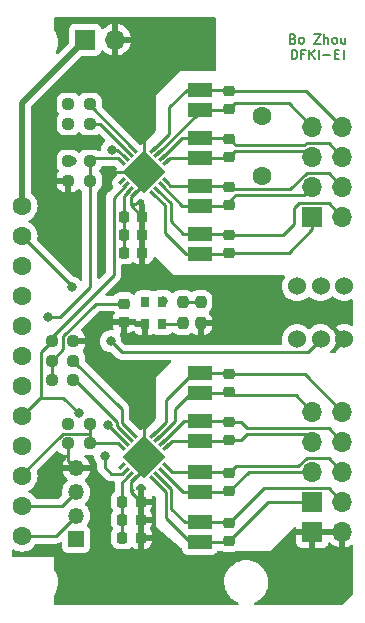
<source format=gbr>
%TF.GenerationSoftware,KiCad,Pcbnew,(6.0.2-0)*%
%TF.CreationDate,2022-06-23T22:24:51+02:00*%
%TF.ProjectId,CapSenseDuo,43617053-656e-4736-9544-756f2e6b6963,rev?*%
%TF.SameCoordinates,Original*%
%TF.FileFunction,Copper,L1,Top*%
%TF.FilePolarity,Positive*%
%FSLAX46Y46*%
G04 Gerber Fmt 4.6, Leading zero omitted, Abs format (unit mm)*
G04 Created by KiCad (PCBNEW (6.0.2-0)) date 2022-06-23 22:24:51*
%MOMM*%
%LPD*%
G01*
G04 APERTURE LIST*
G04 Aperture macros list*
%AMRoundRect*
0 Rectangle with rounded corners*
0 $1 Rounding radius*
0 $2 $3 $4 $5 $6 $7 $8 $9 X,Y pos of 4 corners*
0 Add a 4 corners polygon primitive as box body*
4,1,4,$2,$3,$4,$5,$6,$7,$8,$9,$2,$3,0*
0 Add four circle primitives for the rounded corners*
1,1,$1+$1,$2,$3*
1,1,$1+$1,$4,$5*
1,1,$1+$1,$6,$7*
1,1,$1+$1,$8,$9*
0 Add four rect primitives between the rounded corners*
20,1,$1+$1,$2,$3,$4,$5,0*
20,1,$1+$1,$4,$5,$6,$7,0*
20,1,$1+$1,$6,$7,$8,$9,0*
20,1,$1+$1,$8,$9,$2,$3,0*%
%AMRotRect*
0 Rectangle, with rotation*
0 The origin of the aperture is its center*
0 $1 length*
0 $2 width*
0 $3 Rotation angle, in degrees counterclockwise*
0 Add horizontal line*
21,1,$1,$2,0,0,$3*%
G04 Aperture macros list end*
%ADD10C,0.200000*%
%TA.AperFunction,NonConductor*%
%ADD11C,0.200000*%
%TD*%
%TA.AperFunction,SMDPad,CuDef*%
%ADD12R,0.800000X0.900000*%
%TD*%
%TA.AperFunction,SMDPad,CuDef*%
%ADD13RoundRect,0.237500X-0.250000X-0.237500X0.250000X-0.237500X0.250000X0.237500X-0.250000X0.237500X0*%
%TD*%
%TA.AperFunction,SMDPad,CuDef*%
%ADD14R,2.000000X1.250000*%
%TD*%
%TA.AperFunction,SMDPad,CuDef*%
%ADD15RotRect,0.249999X0.599999X45.000000*%
%TD*%
%TA.AperFunction,SMDPad,CuDef*%
%ADD16RotRect,0.249999X0.599999X315.000000*%
%TD*%
%TA.AperFunction,SMDPad,CuDef*%
%ADD17RotRect,2.600000X2.600000X315.000000*%
%TD*%
%TA.AperFunction,SMDPad,CuDef*%
%ADD18C,0.499999*%
%TD*%
%TA.AperFunction,ComponentPad*%
%ADD19C,2.500000*%
%TD*%
%TA.AperFunction,SMDPad,CuDef*%
%ADD20RoundRect,0.225000X-0.250000X0.225000X-0.250000X-0.225000X0.250000X-0.225000X0.250000X0.225000X0*%
%TD*%
%TA.AperFunction,SMDPad,CuDef*%
%ADD21RoundRect,0.225000X-0.225000X-0.250000X0.225000X-0.250000X0.225000X0.250000X-0.225000X0.250000X0*%
%TD*%
%TA.AperFunction,SMDPad,CuDef*%
%ADD22RoundRect,0.237500X0.250000X0.237500X-0.250000X0.237500X-0.250000X-0.237500X0.250000X-0.237500X0*%
%TD*%
%TA.AperFunction,SMDPad,CuDef*%
%ADD23RoundRect,0.237500X-0.237500X0.250000X-0.237500X-0.250000X0.237500X-0.250000X0.237500X0.250000X0*%
%TD*%
%TA.AperFunction,ComponentPad*%
%ADD24R,1.700000X1.700000*%
%TD*%
%TA.AperFunction,ComponentPad*%
%ADD25O,1.700000X1.700000*%
%TD*%
%TA.AperFunction,ComponentPad*%
%ADD26C,2.400000*%
%TD*%
%TA.AperFunction,SMDPad,CuDef*%
%ADD27RoundRect,0.237500X0.237500X-0.250000X0.237500X0.250000X-0.237500X0.250000X-0.237500X-0.250000X0*%
%TD*%
%TA.AperFunction,ComponentPad*%
%ADD28R,1.350000X1.350000*%
%TD*%
%TA.AperFunction,ComponentPad*%
%ADD29O,1.350000X1.350000*%
%TD*%
%TA.AperFunction,ComponentPad*%
%ADD30C,1.600000*%
%TD*%
%TA.AperFunction,ComponentPad*%
%ADD31C,1.524000*%
%TD*%
%TA.AperFunction,ViaPad*%
%ADD32C,0.800000*%
%TD*%
%TA.AperFunction,Conductor*%
%ADD33C,0.250000*%
%TD*%
%TA.AperFunction,Conductor*%
%ADD34C,0.400000*%
%TD*%
%TA.AperFunction,Conductor*%
%ADD35C,0.500000*%
%TD*%
G04 APERTURE END LIST*
D10*
D11*
X124415809Y-102422857D02*
X124530095Y-102460952D01*
X124568190Y-102499047D01*
X124606285Y-102575238D01*
X124606285Y-102689523D01*
X124568190Y-102765714D01*
X124530095Y-102803809D01*
X124453904Y-102841904D01*
X124149142Y-102841904D01*
X124149142Y-102041904D01*
X124415809Y-102041904D01*
X124492000Y-102080000D01*
X124530095Y-102118095D01*
X124568190Y-102194285D01*
X124568190Y-102270476D01*
X124530095Y-102346666D01*
X124492000Y-102384761D01*
X124415809Y-102422857D01*
X124149142Y-102422857D01*
X125063428Y-102841904D02*
X124987238Y-102803809D01*
X124949142Y-102765714D01*
X124911047Y-102689523D01*
X124911047Y-102460952D01*
X124949142Y-102384761D01*
X124987238Y-102346666D01*
X125063428Y-102308571D01*
X125177714Y-102308571D01*
X125253904Y-102346666D01*
X125292000Y-102384761D01*
X125330095Y-102460952D01*
X125330095Y-102689523D01*
X125292000Y-102765714D01*
X125253904Y-102803809D01*
X125177714Y-102841904D01*
X125063428Y-102841904D01*
X126206285Y-102041904D02*
X126739619Y-102041904D01*
X126206285Y-102841904D01*
X126739619Y-102841904D01*
X127044380Y-102841904D02*
X127044380Y-102041904D01*
X127387238Y-102841904D02*
X127387238Y-102422857D01*
X127349142Y-102346666D01*
X127272952Y-102308571D01*
X127158666Y-102308571D01*
X127082476Y-102346666D01*
X127044380Y-102384761D01*
X127882476Y-102841904D02*
X127806285Y-102803809D01*
X127768190Y-102765714D01*
X127730095Y-102689523D01*
X127730095Y-102460952D01*
X127768190Y-102384761D01*
X127806285Y-102346666D01*
X127882476Y-102308571D01*
X127996761Y-102308571D01*
X128072952Y-102346666D01*
X128111047Y-102384761D01*
X128149142Y-102460952D01*
X128149142Y-102689523D01*
X128111047Y-102765714D01*
X128072952Y-102803809D01*
X127996761Y-102841904D01*
X127882476Y-102841904D01*
X128834857Y-102308571D02*
X128834857Y-102841904D01*
X128492000Y-102308571D02*
X128492000Y-102727619D01*
X128530095Y-102803809D01*
X128606285Y-102841904D01*
X128720571Y-102841904D01*
X128796761Y-102803809D01*
X128834857Y-102765714D01*
X124301523Y-104129904D02*
X124301523Y-103329904D01*
X124492000Y-103329904D01*
X124606285Y-103368000D01*
X124682476Y-103444190D01*
X124720571Y-103520380D01*
X124758666Y-103672761D01*
X124758666Y-103787047D01*
X124720571Y-103939428D01*
X124682476Y-104015619D01*
X124606285Y-104091809D01*
X124492000Y-104129904D01*
X124301523Y-104129904D01*
X125368190Y-103710857D02*
X125101523Y-103710857D01*
X125101523Y-104129904D02*
X125101523Y-103329904D01*
X125482476Y-103329904D01*
X125787238Y-104129904D02*
X125787238Y-103329904D01*
X126244380Y-104129904D02*
X125901523Y-103672761D01*
X126244380Y-103329904D02*
X125787238Y-103787047D01*
X126587238Y-104129904D02*
X126587238Y-103329904D01*
X126968190Y-103825142D02*
X127577714Y-103825142D01*
X127958666Y-103710857D02*
X128225333Y-103710857D01*
X128339619Y-104129904D02*
X127958666Y-104129904D01*
X127958666Y-103329904D01*
X128339619Y-103329904D01*
X128682476Y-104129904D02*
X128682476Y-103329904D01*
D12*
%TO.P,Y1,1,TRI-STATE*%
%TO.N,unconnected-(Y1-Pad1)*%
X111882500Y-124678000D03*
%TO.P,Y1,2,GROUND*%
%TO.N,GND*%
X111882500Y-126528000D03*
%TO.P,Y1,3,OUTPUT*%
%TO.N,Net-(R1-Pad1)*%
X113332500Y-126528000D03*
%TO.P,Y1,4,VDD*%
%TO.N,+3V3*%
X113332500Y-124678000D03*
%TD*%
D13*
%TO.P,R5,1*%
%TO.N,+3V3*%
X105386500Y-135001000D03*
%TO.P,R5,2*%
%TO.N,ADDR1*%
X107211500Y-135001000D03*
%TD*%
%TO.P,R4,1*%
%TO.N,+3V3*%
X103989500Y-129667000D03*
%TO.P,R4,2*%
%TO.N,SCL*%
X105814500Y-129667000D03*
%TD*%
%TO.P,R3,1*%
%TO.N,+3V3*%
X103989500Y-131318000D03*
%TO.P,R3,2*%
%TO.N,SDA*%
X105814500Y-131318000D03*
%TD*%
D14*
%TO.P,L1,1*%
%TO.N,IN0A*%
X116500000Y-144995000D03*
%TO.P,L1,2*%
%TO.N,IN0B*%
X116500000Y-143295000D03*
%TD*%
%TO.P,L2,1*%
%TO.N,IN1A*%
X116500000Y-140804000D03*
%TO.P,L2,2*%
%TO.N,IN1B*%
X116500000Y-139104000D03*
%TD*%
%TO.P,L3,1*%
%TO.N,IN2A*%
X116500000Y-136473000D03*
%TO.P,L3,2*%
%TO.N,IN2B*%
X116500000Y-134773000D03*
%TD*%
%TO.P,L4,1*%
%TO.N,IN3A*%
X116500000Y-132409000D03*
%TO.P,L4,2*%
%TO.N,IN3B*%
X116500000Y-130709000D03*
%TD*%
D15*
%TO.P,IC1,1,SCL*%
%TO.N,SCL*%
X110946829Y-135926333D03*
%TO.P,IC1,2,SDA*%
%TO.N,SDA*%
X110593276Y-136279886D03*
%TO.P,IC1,3,CLKIN*%
%TO.N,clk*%
X110239721Y-136633441D03*
%TO.P,IC1,4,ADDR*%
%TO.N,ADDR1*%
X109886169Y-136986992D03*
D16*
%TO.P,IC1,5,INTB*%
%TO.N,INTB1*%
X109886169Y-138613340D03*
%TO.P,IC1,6,SD*%
%TO.N,SD*%
X110239721Y-138966891D03*
%TO.P,IC1,7,VDD*%
%TO.N,+3V3*%
X110593276Y-139320446D03*
%TO.P,IC1,8,GND*%
%TO.N,GND*%
X110946829Y-139673999D03*
D15*
%TO.P,IC1,9,IN0A*%
%TO.N,IN0A*%
X112573175Y-139673998D03*
%TO.P,IC1,10,IN0B*%
%TO.N,IN0B*%
X112926727Y-139320446D03*
%TO.P,IC1,11,IN1A*%
%TO.N,IN1A*%
X113280282Y-138966891D03*
%TO.P,IC1,12,IN1B*%
%TO.N,IN1B*%
X113633834Y-138613339D03*
D16*
%TO.P,IC1,13,IN2A*%
%TO.N,IN2A*%
X113633834Y-136986993D03*
%TO.P,IC1,14,IN2B*%
%TO.N,IN2B*%
X113280282Y-136633441D03*
%TO.P,IC1,15,IN3A*%
%TO.N,IN3A*%
X112926727Y-136279886D03*
%TO.P,IC1,16,IN3B*%
%TO.N,IN3B*%
X112573175Y-135926334D03*
D17*
%TO.P,IC1,17,DAP*%
%TO.N,GND*%
X111760002Y-137800164D03*
D18*
%TO.P,IC1,V*%
X111017538Y-138542628D03*
X112502462Y-137057704D03*
D19*
X111760002Y-137800164D03*
D18*
X111017540Y-137057702D03*
X112502464Y-138542626D03*
%TD*%
D20*
%TO.P,C8,1*%
%TO.N,IN0B*%
X119000000Y-143370000D03*
%TO.P,C8,2*%
%TO.N,IN0A*%
X119000000Y-144920000D03*
%TD*%
%TO.P,C7,1*%
%TO.N,IN1B*%
X119000000Y-139179000D03*
%TO.P,C7,2*%
%TO.N,IN1A*%
X119000000Y-140729000D03*
%TD*%
%TO.P,C6,1*%
%TO.N,IN2B*%
X119000000Y-134861000D03*
%TO.P,C6,2*%
%TO.N,IN2A*%
X119000000Y-136411000D03*
%TD*%
%TO.P,C5,1*%
%TO.N,IN3B*%
X119000000Y-130797000D03*
%TO.P,C5,2*%
%TO.N,IN3A*%
X119000000Y-132347000D03*
%TD*%
D21*
%TO.P,C4,1*%
%TO.N,+3V3*%
X109969000Y-144653000D03*
%TO.P,C4,2*%
%TO.N,GND*%
X111519000Y-144653000D03*
%TD*%
%TO.P,C3,1*%
%TO.N,+3V3*%
X109969000Y-143129000D03*
%TO.P,C3,2*%
%TO.N,GND*%
X111519000Y-143129000D03*
%TD*%
%TO.P,C2,1*%
%TO.N,+3V3*%
X109969000Y-141605000D03*
%TO.P,C2,2*%
%TO.N,GND*%
X111519000Y-141605000D03*
%TD*%
D20*
%TO.P,C1,1*%
%TO.N,+3V3*%
X110109000Y-124828000D03*
%TO.P,C1,2*%
%TO.N,GND*%
X110109000Y-126378000D03*
%TD*%
D22*
%TO.P,R6,1*%
%TO.N,ADDR1*%
X107211500Y-136652000D03*
%TO.P,R6,2*%
%TO.N,GND*%
X105386500Y-136652000D03*
%TD*%
D13*
%TO.P,R7,1*%
%TO.N,+3V3*%
X105386500Y-112776000D03*
%TO.P,R7,2*%
%TO.N,ADDR2*%
X107211500Y-112776000D03*
%TD*%
D22*
%TO.P,R8,1*%
%TO.N,ADDR2*%
X107211500Y-114427000D03*
%TO.P,R8,2*%
%TO.N,GND*%
X105386500Y-114427000D03*
%TD*%
D21*
%TO.P,C10,1*%
%TO.N,+3V3*%
X110096000Y-118999000D03*
%TO.P,C10,2*%
%TO.N,GND*%
X111646000Y-118999000D03*
%TD*%
D13*
%TO.P,R9,1*%
%TO.N,SD*%
X103989500Y-128016000D03*
%TO.P,R9,2*%
%TO.N,GND*%
X105814500Y-128016000D03*
%TD*%
D22*
%TO.P,R10,1*%
%TO.N,SCL2*%
X107211500Y-107950000D03*
%TO.P,R10,2*%
%TO.N,SCL*%
X105386500Y-107950000D03*
%TD*%
D21*
%TO.P,C11,1*%
%TO.N,+3V3*%
X110096000Y-120523000D03*
%TO.P,C11,2*%
%TO.N,GND*%
X111646000Y-120523000D03*
%TD*%
D20*
%TO.P,C13,1*%
%TO.N,IN6B*%
X119000000Y-110858000D03*
%TO.P,C13,2*%
%TO.N,IN6A*%
X119000000Y-112408000D03*
%TD*%
D23*
%TO.P,R2,1*%
%TO.N,clk*%
X116586000Y-124690500D03*
%TO.P,R2,2*%
%TO.N,GND*%
X116586000Y-126515500D03*
%TD*%
D14*
%TO.P,L5,1*%
%TO.N,IN4A*%
X116500000Y-120611000D03*
%TO.P,L5,2*%
%TO.N,IN4B*%
X116500000Y-118911000D03*
%TD*%
D20*
%TO.P,C15,1*%
%TO.N,IN4B*%
X119000000Y-118986000D03*
%TO.P,C15,2*%
%TO.N,IN4A*%
X119000000Y-120536000D03*
%TD*%
D24*
%TO.P,BAT1,1,Pin_1*%
%TO.N,VBAT*%
X106807000Y-102489000D03*
D25*
%TO.P,BAT1,2,Pin_2*%
%TO.N,GND*%
X109347000Y-102489000D03*
%TD*%
D14*
%TO.P,L8,1*%
%TO.N,IN7A*%
X116500000Y-108419000D03*
%TO.P,L8,2*%
%TO.N,IN7B*%
X116500000Y-106719000D03*
%TD*%
D21*
%TO.P,C9,1*%
%TO.N,+3V3*%
X110096000Y-117475000D03*
%TO.P,C9,2*%
%TO.N,GND*%
X111646000Y-117475000D03*
%TD*%
D14*
%TO.P,L6,1*%
%TO.N,IN5A*%
X116500000Y-116547000D03*
%TO.P,L6,2*%
%TO.N,IN5B*%
X116500000Y-114847000D03*
%TD*%
D15*
%TO.P,IC2,1,SCL*%
%TO.N,SCL2*%
X110946829Y-111791167D03*
%TO.P,IC2,2,SDA*%
%TO.N,SDA2*%
X110593276Y-112144720D03*
%TO.P,IC2,3,CLKIN*%
%TO.N,clk*%
X110239721Y-112498275D03*
%TO.P,IC2,4,ADDR*%
%TO.N,ADDR2*%
X109886169Y-112851826D03*
D16*
%TO.P,IC2,5,INTB*%
%TO.N,INTB2*%
X109886169Y-114478174D03*
%TO.P,IC2,6,SD*%
%TO.N,SD*%
X110239721Y-114831725D03*
%TO.P,IC2,7,VDD*%
%TO.N,+3V3*%
X110593276Y-115185280D03*
%TO.P,IC2,8,GND*%
%TO.N,GND*%
X110946829Y-115538833D03*
D15*
%TO.P,IC2,9,IN0A*%
%TO.N,IN4A*%
X112573175Y-115538832D03*
%TO.P,IC2,10,IN0B*%
%TO.N,IN4B*%
X112926727Y-115185280D03*
%TO.P,IC2,11,IN1A*%
%TO.N,IN5A*%
X113280282Y-114831725D03*
%TO.P,IC2,12,IN1B*%
%TO.N,IN5B*%
X113633834Y-114478173D03*
D16*
%TO.P,IC2,13,IN2A*%
%TO.N,IN6A*%
X113633834Y-112851827D03*
%TO.P,IC2,14,IN2B*%
%TO.N,IN6B*%
X113280282Y-112498275D03*
%TO.P,IC2,15,IN3A*%
%TO.N,IN7A*%
X112926727Y-112144720D03*
%TO.P,IC2,16,IN3B*%
%TO.N,IN7B*%
X112573175Y-111791168D03*
D17*
%TO.P,IC2,17,DAP*%
%TO.N,GND*%
X111760002Y-113664998D03*
D18*
%TO.P,IC2,V*%
X112502462Y-112922538D03*
D26*
X111760002Y-113664998D03*
D18*
X111017540Y-112922536D03*
X111017538Y-114407462D03*
X112502464Y-114407460D03*
%TD*%
D20*
%TO.P,C12,1*%
%TO.N,IN7B*%
X119000000Y-106794000D03*
%TO.P,C12,2*%
%TO.N,IN7A*%
X119000000Y-108344000D03*
%TD*%
D27*
%TO.P,R1,1*%
%TO.N,Net-(R1-Pad1)*%
X115062000Y-126515500D03*
%TO.P,R1,2*%
%TO.N,clk*%
X115062000Y-124690500D03*
%TD*%
D28*
%TO.P,test1,1,Pin_1*%
%TO.N,+3V3*%
X106045000Y-144780000D03*
D29*
%TO.P,test1,2,Pin_2*%
%TO.N,SDA*%
X106045000Y-142780000D03*
%TO.P,test1,3,Pin_3*%
%TO.N,SCL*%
X106045000Y-140780000D03*
%TO.P,test1,4,Pin_4*%
%TO.N,GND*%
X106045000Y-138780000D03*
%TD*%
D22*
%TO.P,R11,1*%
%TO.N,SDA2*%
X107211500Y-109601000D03*
%TO.P,R11,2*%
%TO.N,SDA*%
X105386500Y-109601000D03*
%TD*%
D20*
%TO.P,C14,1*%
%TO.N,IN5B*%
X119000000Y-114922000D03*
%TO.P,C14,2*%
%TO.N,IN5A*%
X119000000Y-116472000D03*
%TD*%
D14*
%TO.P,L7,1*%
%TO.N,IN6A*%
X116500000Y-112483000D03*
%TO.P,L7,2*%
%TO.N,IN6B*%
X116500000Y-110783000D03*
%TD*%
D24*
%TO.P,J3,1,Pin_1*%
%TO.N,GND*%
X126049000Y-144135000D03*
D25*
%TO.P,J3,2,Pin_2*%
X128589000Y-144135000D03*
%TD*%
D24*
%TO.P,J2,1,Pin_1*%
%TO.N,IN4A*%
X126049000Y-117465000D03*
D25*
%TO.P,J2,2,Pin_2*%
%TO.N,IN4B*%
X128589000Y-117465000D03*
%TO.P,J2,3,Pin_3*%
%TO.N,IN5A*%
X126049000Y-114925000D03*
%TO.P,J2,4,Pin_4*%
%TO.N,IN5B*%
X128589000Y-114925000D03*
%TO.P,J2,5,Pin_5*%
%TO.N,IN6A*%
X126049000Y-112385000D03*
%TO.P,J2,6,Pin_6*%
%TO.N,IN6B*%
X128589000Y-112385000D03*
%TO.P,J2,7,Pin_7*%
%TO.N,IN7A*%
X126049000Y-109845000D03*
%TO.P,J2,8,Pin_8*%
%TO.N,IN7B*%
X128589000Y-109845000D03*
%TD*%
D24*
%TO.P,J1,1,Pin_1*%
%TO.N,IN0A*%
X126049000Y-141595000D03*
D25*
%TO.P,J1,2,Pin_2*%
%TO.N,IN0B*%
X128589000Y-141595000D03*
%TO.P,J1,3,Pin_3*%
%TO.N,IN1A*%
X126049000Y-139055000D03*
%TO.P,J1,4,Pin_4*%
%TO.N,IN1B*%
X128589000Y-139055000D03*
%TO.P,J1,5,Pin_5*%
%TO.N,IN2A*%
X126049000Y-136515000D03*
%TO.P,J1,6,Pin_6*%
%TO.N,IN2B*%
X128589000Y-136515000D03*
%TO.P,J1,7,Pin_7*%
%TO.N,IN3A*%
X126049000Y-133975000D03*
%TO.P,J1,8,Pin_8*%
%TO.N,IN3B*%
X128589000Y-133975000D03*
%TD*%
D30*
%TO.P,A1,2,3V3*%
%TO.N,+3V3*%
X121779797Y-108960834D03*
%TO.P,A1,4,GND*%
%TO.N,GND*%
X121779797Y-114040834D03*
%TO.P,A1,17,SDA*%
%TO.N,SDA*%
X101459797Y-144520834D03*
%TO.P,A1,18,SCL*%
%TO.N,SCL*%
X101459797Y-141980834D03*
%TO.P,A1,19,D0*%
%TO.N,ADDR1*%
X101459797Y-139440834D03*
%TO.P,A1,20,D1*%
%TO.N,ADDR2*%
X101459797Y-136900834D03*
%TO.P,A1,21,D2*%
%TO.N,SD*%
X101459797Y-134360834D03*
%TO.P,A1,22,D3*%
%TO.N,unconnected-(A1-Pad22)*%
X101459797Y-131820834D03*
%TO.P,A1,23,D4*%
%TO.N,unconnected-(A1-Pad23)*%
X101459797Y-129280834D03*
%TO.P,A1,24,D5*%
%TO.N,unconnected-(A1-Pad24)*%
X101459797Y-126740834D03*
%TO.P,A1,25,D6*%
%TO.N,unconnected-(A1-Pad25)*%
X101459797Y-124200834D03*
%TO.P,A1,26,USB*%
%TO.N,unconnected-(A1-Pad26)*%
X101459797Y-121660834D03*
%TO.P,A1,27,EN*%
%TO.N,Net-(A1-Pad27)*%
X101459797Y-119120834D03*
%TO.P,A1,28,VBAT*%
%TO.N,VBAT*%
X101459797Y-116580834D03*
%TD*%
D31*
%TO.P,SW1,1,A*%
%TO.N,unconnected-(SW1-Pad1)*%
X124746000Y-127853000D03*
%TO.P,SW1,2,B*%
%TO.N,Net-(A1-Pad27)*%
X126746000Y-127853000D03*
%TO.P,SW1,3,C*%
%TO.N,GND*%
X128746000Y-127853000D03*
%TO.P,SW1,4,A*%
%TO.N,unconnected-(SW1-Pad4)*%
X124746000Y-123353000D03*
%TO.P,SW1,5,B*%
%TO.N,unconnected-(SW1-Pad5)*%
X126746000Y-123353000D03*
%TO.P,SW1,6,C*%
%TO.N,unconnected-(SW1-Pad6)*%
X128746000Y-123353000D03*
%TD*%
D32*
%TO.N,GND*%
X111646000Y-118986000D03*
%TO.N,+3V3*%
X105410000Y-135001000D03*
X110096000Y-117475000D03*
X113411000Y-124587000D03*
X110109000Y-124828000D03*
X105664000Y-112776000D03*
X109969000Y-141605000D03*
%TO.N,SCL*%
X105359200Y-107950000D03*
X105814500Y-129667000D03*
%TO.N,SDA*%
X105410000Y-109626400D03*
X105814500Y-131318000D03*
%TO.N,ADDR2*%
X103632000Y-125984000D03*
%TO.N,clk*%
X109067600Y-111797500D03*
X115062000Y-124714000D03*
X108712000Y-135128000D03*
%TO.N,Net-(A1-Pad27)*%
X105664000Y-123444000D03*
X108966000Y-128016000D03*
%TO.N,SD*%
X106273600Y-134112000D03*
X108458000Y-137718800D03*
%TD*%
D33*
%TO.N,GND*%
X105386500Y-138121500D02*
X106045000Y-138780000D01*
D34*
X111646000Y-120523000D02*
X111646000Y-118986000D01*
D33*
X110693200Y-116522200D02*
X111646000Y-117475000D01*
X111760002Y-114725660D02*
X111760002Y-114239508D01*
X110063629Y-113664998D02*
X108712000Y-113664998D01*
X110946829Y-139673999D02*
X111760002Y-138860826D01*
X111760002Y-138860826D02*
X111760002Y-138374674D01*
X110946829Y-139673999D02*
X110693200Y-139927628D01*
D34*
X111646000Y-118986000D02*
X111646000Y-117475000D01*
D33*
X111760002Y-137800164D02*
X111760002Y-134112002D01*
D34*
X111646000Y-117475000D02*
X111760002Y-117360998D01*
D33*
X110946829Y-115538833D02*
X111760002Y-114725660D01*
X110946829Y-115538833D02*
X110693200Y-115792462D01*
X110693200Y-139927628D02*
X110693200Y-140779200D01*
X110693200Y-115792462D02*
X110693200Y-116522200D01*
X111760002Y-134112002D02*
X111760000Y-134112000D01*
X105386500Y-136652000D02*
X105386500Y-138121500D01*
X111760000Y-113665000D02*
X111760002Y-113664998D01*
X111760002Y-113664998D02*
X111760002Y-109728002D01*
X110693200Y-140779200D02*
X111519000Y-141605000D01*
%TO.N,+3V3*%
X109969000Y-139944722D02*
X110593276Y-139320446D01*
X103989500Y-131318000D02*
X103989500Y-129667000D01*
X109969000Y-141605000D02*
X109969000Y-144653000D01*
X110096000Y-115682556D02*
X110593276Y-115185280D01*
X103989500Y-129667000D02*
X104952800Y-128703700D01*
X104952800Y-128703700D02*
X104952800Y-127595384D01*
X110096000Y-117475000D02*
X110096000Y-115682556D01*
X109969000Y-141605000D02*
X109969000Y-139944722D01*
X104952800Y-127595384D02*
X107720184Y-124828000D01*
X110096000Y-117475000D02*
X110096000Y-120523000D01*
X107720184Y-124828000D02*
X110109000Y-124828000D01*
%TO.N,IN3B*%
X128589000Y-133975000D02*
X125411000Y-130797000D01*
X113665000Y-132969978D02*
X115925978Y-130709000D01*
X118912000Y-130709000D02*
X116500000Y-130709000D01*
X113665000Y-134834509D02*
X113665000Y-132969978D01*
X112573175Y-135926334D02*
X113665000Y-134834509D01*
X125411000Y-130797000D02*
X119000000Y-130797000D01*
X115925978Y-130709000D02*
X116500000Y-130709000D01*
X119000000Y-130797000D02*
X118912000Y-130709000D01*
%TO.N,IN3A*%
X124662000Y-132588000D02*
X119241000Y-132588000D01*
X119241000Y-132588000D02*
X119000000Y-132347000D01*
X112926727Y-136279886D02*
X114427000Y-134779613D01*
X118938000Y-132409000D02*
X116500000Y-132409000D01*
X126049000Y-133975000D02*
X124662000Y-132588000D01*
X119000000Y-132347000D02*
X118938000Y-132409000D01*
X115749000Y-132409000D02*
X116500000Y-132409000D01*
X114427000Y-134779613D02*
X114427000Y-133731000D01*
X114427000Y-133731000D02*
X115749000Y-132409000D01*
%TO.N,IN2A*%
X118938000Y-136473000D02*
X116500000Y-136473000D01*
X125424000Y-135890000D02*
X120523000Y-135890000D01*
X113633834Y-136986993D02*
X114147827Y-136473000D01*
X126049000Y-136515000D02*
X125424000Y-135890000D01*
X120002000Y-136411000D02*
X119000000Y-136411000D01*
X114147827Y-136473000D02*
X116500000Y-136473000D01*
X120523000Y-135890000D02*
X120002000Y-136411000D01*
X119000000Y-136411000D02*
X118938000Y-136473000D01*
%TO.N,IN2B*%
X115140723Y-134773000D02*
X116500000Y-134773000D01*
X113280282Y-136633441D02*
X115140723Y-134773000D01*
X127414489Y-135340489D02*
X120481489Y-135340489D01*
X118912000Y-134773000D02*
X116500000Y-134773000D01*
X120002000Y-134861000D02*
X119000000Y-134861000D01*
X119000000Y-134861000D02*
X118912000Y-134773000D01*
X128589000Y-136515000D02*
X127414489Y-135340489D01*
X120481489Y-135340489D02*
X120002000Y-134861000D01*
%TO.N,IN1B*%
X125562501Y-137880489D02*
X127414489Y-137880489D01*
X114124495Y-139104000D02*
X116500000Y-139104000D01*
X113633834Y-138613339D02*
X114124495Y-139104000D01*
X124837510Y-138605480D02*
X125562501Y-137880489D01*
X119573520Y-138605480D02*
X124837510Y-138605480D01*
X118925000Y-139104000D02*
X116500000Y-139104000D01*
X119000000Y-139179000D02*
X119573520Y-138605480D01*
X127414489Y-137880489D02*
X128589000Y-139055000D01*
X119000000Y-139179000D02*
X118925000Y-139104000D01*
%TO.N,IN1A*%
X118925000Y-140804000D02*
X116500000Y-140804000D01*
X120674000Y-139055000D02*
X126049000Y-139055000D01*
X115117391Y-140804000D02*
X116500000Y-140804000D01*
X113280282Y-138966891D02*
X115117391Y-140804000D01*
X119000000Y-140729000D02*
X118925000Y-140804000D01*
X119000000Y-140729000D02*
X120674000Y-139055000D01*
%TO.N,IN0A*%
X113665000Y-140765823D02*
X113665000Y-143002000D01*
X113665000Y-143002000D02*
X115658000Y-144995000D01*
X118925000Y-144995000D02*
X116500000Y-144995000D01*
X122325000Y-141595000D02*
X126049000Y-141595000D01*
X115658000Y-144995000D02*
X116500000Y-144995000D01*
X119000000Y-144920000D02*
X122325000Y-141595000D01*
X119000000Y-144920000D02*
X118925000Y-144995000D01*
X112573175Y-139673998D02*
X113665000Y-140765823D01*
%TO.N,IN0B*%
X127414489Y-140420489D02*
X128589000Y-141595000D01*
X114114520Y-142181520D02*
X115228000Y-143295000D01*
X118925000Y-143295000D02*
X116500000Y-143295000D01*
X119000000Y-143370000D02*
X121949511Y-140420489D01*
X115228000Y-143295000D02*
X116500000Y-143295000D01*
X112926727Y-139320446D02*
X114114520Y-140508239D01*
X121949511Y-140420489D02*
X127414489Y-140420489D01*
X114114520Y-140508239D02*
X114114520Y-142181520D01*
X119000000Y-143370000D02*
X118925000Y-143295000D01*
%TO.N,SCL*%
X109923520Y-133776020D02*
X105814500Y-129667000D01*
X104844166Y-141980834D02*
X106045000Y-140780000D01*
X101459797Y-141980834D02*
X104844166Y-141980834D01*
X110946829Y-135926333D02*
X109923520Y-134903024D01*
X109923520Y-134903024D02*
X109923520Y-133776020D01*
%TO.N,SDA*%
X110593276Y-136279886D02*
X109474000Y-135160610D01*
X105926614Y-131318000D02*
X105814500Y-131318000D01*
X104304166Y-144520834D02*
X106045000Y-142780000D01*
X109474000Y-134865386D02*
X105926614Y-131318000D01*
X109474000Y-135160610D02*
X109474000Y-134865386D01*
X101459797Y-144520834D02*
X104304166Y-144520834D01*
%TO.N,ADDR2*%
X104648000Y-125984000D02*
X107211500Y-123420500D01*
X107465500Y-112522000D02*
X107211500Y-112776000D01*
X107211500Y-114427000D02*
X107211500Y-112776000D01*
X107211500Y-123420500D02*
X107211500Y-114427000D01*
X109556343Y-112522000D02*
X107465500Y-112522000D01*
X109886169Y-112851826D02*
X109556343Y-112522000D01*
X103632000Y-125984000D02*
X104648000Y-125984000D01*
%TO.N,clk*%
X115062000Y-124714000D02*
X115085500Y-124690500D01*
X110239721Y-136633441D02*
X108734280Y-135128000D01*
X109538946Y-111797500D02*
X110239721Y-112498275D01*
X109067600Y-111797500D02*
X109538946Y-111797500D01*
X108734280Y-135128000D02*
X108712000Y-135128000D01*
X115085500Y-124690500D02*
X116332000Y-124690500D01*
%TO.N,ADDR1*%
X104903704Y-135852480D02*
X101459797Y-139296387D01*
X109886169Y-136986992D02*
X109551177Y-136652000D01*
X107211500Y-135913500D02*
X107150480Y-135852480D01*
X101459797Y-139296387D02*
X101459797Y-139440834D01*
X107211500Y-135001000D02*
X107211500Y-136652000D01*
X107211500Y-136652000D02*
X107211500Y-135913500D01*
X107150480Y-135852480D02*
X104903704Y-135852480D01*
X109551177Y-136652000D02*
X107211500Y-136652000D01*
%TO.N,IN7B*%
X113919000Y-110445343D02*
X113919000Y-108204000D01*
X112573175Y-111791168D02*
X113919000Y-110445343D01*
X118925000Y-106719000D02*
X116500000Y-106719000D01*
X119000000Y-106794000D02*
X118925000Y-106719000D01*
X113919000Y-108204000D02*
X115404000Y-106719000D01*
X115404000Y-106719000D02*
X116500000Y-106719000D01*
X119000000Y-106794000D02*
X125538000Y-106794000D01*
X125538000Y-106794000D02*
X128589000Y-109845000D01*
%TO.N,IN7A*%
X112926727Y-112144720D02*
X116500000Y-108571447D01*
X119000000Y-108344000D02*
X118925000Y-108419000D01*
X118925000Y-108419000D02*
X116500000Y-108419000D01*
X124040323Y-107836323D02*
X126049000Y-109845000D01*
X119000000Y-108344000D02*
X119507677Y-107836323D01*
X119507677Y-107836323D02*
X124040323Y-107836323D01*
X116500000Y-108571447D02*
X116500000Y-108419000D01*
%TO.N,IN6B*%
X113280282Y-112498275D02*
X114995557Y-110783000D01*
X119000000Y-110858000D02*
X119579480Y-111437480D01*
X125562501Y-111210489D02*
X127414489Y-111210489D01*
X114995557Y-110783000D02*
X116500000Y-110783000D01*
X125335510Y-111437480D02*
X125562501Y-111210489D01*
X119579480Y-111437480D02*
X125335510Y-111437480D01*
X119000000Y-110858000D02*
X118925000Y-110783000D01*
X118925000Y-110783000D02*
X116500000Y-110783000D01*
X127414489Y-111210489D02*
X128589000Y-112385000D01*
%TO.N,IN6A*%
X113633834Y-112851827D02*
X114002661Y-112483000D01*
X119000000Y-112408000D02*
X118925000Y-112483000D01*
X114002661Y-112483000D02*
X116500000Y-112483000D01*
X119000000Y-112408000D02*
X119521000Y-111887000D01*
X118925000Y-112483000D02*
X116500000Y-112483000D01*
X119521000Y-111887000D02*
X125551000Y-111887000D01*
X125551000Y-111887000D02*
X126049000Y-112385000D01*
%TO.N,IN5B*%
X127414489Y-113750489D02*
X128589000Y-114925000D01*
X113633834Y-114478173D02*
X114002661Y-114847000D01*
X124147645Y-115165345D02*
X125562501Y-113750489D01*
X119000000Y-114922000D02*
X119243345Y-115165345D01*
X114002661Y-114847000D02*
X116500000Y-114847000D01*
X125562501Y-113750489D02*
X127414489Y-113750489D01*
X119243345Y-115165345D02*
X124147645Y-115165345D01*
X118925000Y-114847000D02*
X116500000Y-114847000D01*
X119000000Y-114922000D02*
X118925000Y-114847000D01*
%TO.N,IN5A*%
X118925000Y-116547000D02*
X116500000Y-116547000D01*
X119000000Y-116472000D02*
X119000000Y-116174138D01*
X119559273Y-115614865D02*
X125359135Y-115614865D01*
X114995557Y-116547000D02*
X116500000Y-116547000D01*
X125359135Y-115614865D02*
X126049000Y-114925000D01*
X119000000Y-116174138D02*
X119559273Y-115614865D01*
X113280282Y-114831725D02*
X114995557Y-116547000D01*
X119000000Y-116472000D02*
X118925000Y-116547000D01*
%TO.N,IN4B*%
X123584000Y-118986000D02*
X124460000Y-118110000D01*
X119000000Y-118986000D02*
X123584000Y-118986000D01*
X124460000Y-118110000D02*
X124460000Y-116704978D01*
X114046000Y-116304553D02*
X114046000Y-117856000D01*
X118925000Y-118911000D02*
X116500000Y-118911000D01*
X115101000Y-118911000D02*
X116500000Y-118911000D01*
X112926727Y-115185280D02*
X114046000Y-116304553D01*
X124460000Y-116704978D02*
X124874489Y-116290489D01*
X124874489Y-116290489D02*
X127414489Y-116290489D01*
X114046000Y-117856000D02*
X115101000Y-118911000D01*
X127414489Y-116290489D02*
X128589000Y-117465000D01*
X119000000Y-118986000D02*
X118925000Y-118911000D01*
%TO.N,IN4A*%
X126049000Y-118553000D02*
X126049000Y-117465000D01*
X116461000Y-120650000D02*
X116500000Y-120611000D01*
X118925000Y-120611000D02*
X116500000Y-120611000D01*
X112573175Y-115538832D02*
X113538000Y-116503657D01*
X124066000Y-120536000D02*
X126049000Y-118553000D01*
X119000000Y-120536000D02*
X124066000Y-120536000D01*
X113538000Y-116503657D02*
X113538000Y-118872000D01*
X119000000Y-120536000D02*
X118925000Y-120611000D01*
X115316000Y-120650000D02*
X116461000Y-120650000D01*
X113538000Y-118872000D02*
X115316000Y-120650000D01*
%TO.N,Net-(A1-Pad27)*%
X125659489Y-128939511D02*
X109889511Y-128939511D01*
X109889511Y-128939511D02*
X108966000Y-128016000D01*
X126746000Y-127853000D02*
X125659489Y-128939511D01*
X105664000Y-123444000D02*
X105664000Y-123325037D01*
X105664000Y-123325037D02*
X101459797Y-119120834D01*
%TO.N,Net-(R1-Pad1)*%
X114795500Y-126528000D02*
X114808000Y-126515500D01*
X113332500Y-126528000D02*
X114795500Y-126528000D01*
%TO.N,SD*%
X103116969Y-132791200D02*
X103073200Y-132747431D01*
X109012379Y-139238379D02*
X108458000Y-138684000D01*
X103073200Y-132689600D02*
X103073200Y-132747431D01*
X103989500Y-128016000D02*
X103989500Y-127658500D01*
X103073200Y-132747431D02*
X101459797Y-134360834D01*
X109968233Y-139238379D02*
X109012379Y-139238379D01*
X103073200Y-128932300D02*
X103073200Y-132747431D01*
X106273600Y-134112000D02*
X104952800Y-132791200D01*
X103989500Y-128016000D02*
X103073200Y-128932300D01*
X108458000Y-138684000D02*
X108458000Y-137718800D01*
X109220000Y-122428000D02*
X109220000Y-115851446D01*
X110239721Y-138966891D02*
X109968233Y-139238379D01*
X104952800Y-132791200D02*
X103116969Y-132791200D01*
X109220000Y-115851446D02*
X110239721Y-114831725D01*
X103989500Y-127658500D02*
X109220000Y-122428000D01*
%TO.N,SCL2*%
X107211500Y-108055838D02*
X107211500Y-107950000D01*
X110946829Y-111791167D02*
X107211500Y-108055838D01*
D34*
%TO.N,SDA2*%
X107211500Y-109601000D02*
X107264200Y-109601000D01*
D33*
X108049556Y-109601000D02*
X110593276Y-112144720D01*
X107211500Y-109601000D02*
X108049556Y-109601000D01*
D35*
%TO.N,VBAT*%
X101459797Y-107836203D02*
X106807000Y-102489000D01*
X101459797Y-116580834D02*
X101459797Y-107836203D01*
%TD*%
%TA.AperFunction,Conductor*%
%TO.N,GND*%
G36*
X104472600Y-137283656D02*
G01*
X104529435Y-137326203D01*
X104535711Y-137335409D01*
X104544425Y-137349490D01*
X104553460Y-137360890D01*
X104666129Y-137473363D01*
X104677540Y-137482375D01*
X104813063Y-137565912D01*
X104826241Y-137572056D01*
X104977766Y-137622315D01*
X104991132Y-137625181D01*
X105083770Y-137634672D01*
X105090185Y-137635000D01*
X105221518Y-137635000D01*
X105289639Y-137655002D01*
X105336132Y-137708658D01*
X105346236Y-137778932D01*
X105316742Y-137843512D01*
X105304595Y-137855732D01*
X105187552Y-137958376D01*
X105179630Y-137966724D01*
X105052180Y-138128394D01*
X105045909Y-138138050D01*
X104950060Y-138320229D01*
X104945655Y-138330863D01*
X104890436Y-138508700D01*
X104890218Y-138522799D01*
X104896950Y-138526000D01*
X107184485Y-138526000D01*
X107198016Y-138522027D01*
X107199185Y-138513892D01*
X107155725Y-138359794D01*
X107151603Y-138349055D01*
X107060549Y-138164417D01*
X107054538Y-138154608D01*
X106931360Y-137989651D01*
X106923671Y-137981111D01*
X106781980Y-137850134D01*
X106745535Y-137789206D01*
X106747816Y-137718246D01*
X106788098Y-137659783D01*
X106853593Y-137632380D01*
X106880350Y-137632265D01*
X106908726Y-137635172D01*
X106908727Y-137635172D01*
X106911928Y-137635500D01*
X107422290Y-137635500D01*
X107490411Y-137655502D01*
X107536904Y-137709158D01*
X107547599Y-137748328D01*
X107550991Y-137780592D01*
X107561442Y-137880028D01*
X107564458Y-137908728D01*
X107623473Y-138090356D01*
X107626776Y-138096078D01*
X107626777Y-138096079D01*
X107631094Y-138103556D01*
X107718960Y-138255744D01*
X107792137Y-138337015D01*
X107822853Y-138401021D01*
X107824500Y-138421324D01*
X107824500Y-138605233D01*
X107823973Y-138616416D01*
X107822298Y-138623909D01*
X107822547Y-138631835D01*
X107822547Y-138631836D01*
X107824438Y-138691986D01*
X107824500Y-138695945D01*
X107824500Y-138723856D01*
X107824997Y-138727790D01*
X107824997Y-138727791D01*
X107825005Y-138727856D01*
X107825938Y-138739693D01*
X107827327Y-138783889D01*
X107832978Y-138803339D01*
X107836987Y-138822700D01*
X107839526Y-138842797D01*
X107842445Y-138850168D01*
X107842445Y-138850170D01*
X107855804Y-138883912D01*
X107859649Y-138895142D01*
X107869771Y-138929983D01*
X107871982Y-138937593D01*
X107876015Y-138944412D01*
X107876017Y-138944417D01*
X107882293Y-138955028D01*
X107890988Y-138972776D01*
X107898448Y-138991617D01*
X107903110Y-138998033D01*
X107903110Y-138998034D01*
X107924436Y-139027387D01*
X107930952Y-139037307D01*
X107946039Y-139062817D01*
X107953458Y-139075362D01*
X107967779Y-139089683D01*
X107980619Y-139104716D01*
X107992528Y-139121107D01*
X107998634Y-139126158D01*
X108026605Y-139149298D01*
X108035384Y-139157288D01*
X108508722Y-139630626D01*
X108516266Y-139638916D01*
X108520379Y-139645397D01*
X108526156Y-139650822D01*
X108570046Y-139692037D01*
X108572888Y-139694792D01*
X108592609Y-139714513D01*
X108595804Y-139716991D01*
X108604826Y-139724697D01*
X108637058Y-139754965D01*
X108644007Y-139758785D01*
X108654811Y-139764725D01*
X108671335Y-139775578D01*
X108687338Y-139787992D01*
X108727922Y-139805555D01*
X108738552Y-139810762D01*
X108777319Y-139832074D01*
X108784996Y-139834045D01*
X108785001Y-139834047D01*
X108796937Y-139837111D01*
X108815645Y-139843516D01*
X108834234Y-139851560D01*
X108842062Y-139852800D01*
X108842069Y-139852802D01*
X108877903Y-139858478D01*
X108889523Y-139860884D01*
X108924668Y-139869907D01*
X108932349Y-139871879D01*
X108952603Y-139871879D01*
X108972313Y-139873430D01*
X108992322Y-139876599D01*
X109000214Y-139875853D01*
X109036340Y-139872438D01*
X109048198Y-139871879D01*
X109209500Y-139871879D01*
X109277621Y-139891881D01*
X109324114Y-139945537D01*
X109335500Y-139997879D01*
X109335500Y-140676621D01*
X109315498Y-140744742D01*
X109289106Y-140773884D01*
X109285287Y-140776248D01*
X109280112Y-140781432D01*
X109275182Y-140786371D01*
X109164448Y-140897298D01*
X109160608Y-140903528D01*
X109160607Y-140903529D01*
X109122141Y-140965933D01*
X109074698Y-141042899D01*
X109020851Y-141205243D01*
X109010500Y-141306268D01*
X109010500Y-141903732D01*
X109021113Y-142006019D01*
X109023295Y-142012559D01*
X109070600Y-142154347D01*
X109075244Y-142168268D01*
X109157121Y-142300581D01*
X109175958Y-142369031D01*
X109157236Y-142432998D01*
X109080285Y-142557836D01*
X109074698Y-142566899D01*
X109020851Y-142729243D01*
X109020151Y-142736080D01*
X109020150Y-142736082D01*
X109016029Y-142776305D01*
X109010500Y-142830268D01*
X109010500Y-143427732D01*
X109021113Y-143530019D01*
X109023295Y-143536559D01*
X109071500Y-143681045D01*
X109075244Y-143692268D01*
X109157121Y-143824581D01*
X109175958Y-143893031D01*
X109157236Y-143956998D01*
X109074698Y-144090899D01*
X109020851Y-144253243D01*
X109010500Y-144354268D01*
X109010500Y-144951732D01*
X109010837Y-144954978D01*
X109010837Y-144954982D01*
X109020149Y-145044725D01*
X109021113Y-145054019D01*
X109023295Y-145060559D01*
X109072507Y-145208063D01*
X109075244Y-145216268D01*
X109079096Y-145222492D01*
X109079096Y-145222493D01*
X109131848Y-145307739D01*
X109165248Y-145361713D01*
X109286298Y-145482552D01*
X109292528Y-145486392D01*
X109292529Y-145486393D01*
X109424020Y-145567445D01*
X109431899Y-145572302D01*
X109594243Y-145626149D01*
X109601080Y-145626849D01*
X109601082Y-145626850D01*
X109642401Y-145631083D01*
X109695268Y-145636500D01*
X110242732Y-145636500D01*
X110245978Y-145636163D01*
X110245982Y-145636163D01*
X110282170Y-145632408D01*
X110345019Y-145625887D01*
X110379737Y-145614304D01*
X110500324Y-145574073D01*
X110500326Y-145574072D01*
X110507268Y-145571756D01*
X110652713Y-145481752D01*
X110657886Y-145476570D01*
X110663623Y-145472023D01*
X110665055Y-145473830D01*
X110717575Y-145445098D01*
X110788395Y-145450108D01*
X110824853Y-145473499D01*
X110825683Y-145472448D01*
X110842840Y-145485998D01*
X110975880Y-145568004D01*
X110989061Y-145574151D01*
X111137814Y-145623491D01*
X111151190Y-145626358D01*
X111242097Y-145635672D01*
X111247126Y-145635929D01*
X111262124Y-145631525D01*
X111263329Y-145630135D01*
X111265000Y-145622452D01*
X111265000Y-145617885D01*
X111773000Y-145617885D01*
X111777475Y-145633124D01*
X111778865Y-145634329D01*
X111786548Y-145636000D01*
X111789438Y-145636000D01*
X111795953Y-145635663D01*
X111888057Y-145626106D01*
X111901456Y-145623212D01*
X112050107Y-145573619D01*
X112063286Y-145567445D01*
X112196173Y-145485212D01*
X112207574Y-145476176D01*
X112317986Y-145365571D01*
X112326998Y-145354160D01*
X112409004Y-145221120D01*
X112415151Y-145207939D01*
X112464491Y-145059186D01*
X112467358Y-145045810D01*
X112476672Y-144954903D01*
X112477000Y-144948487D01*
X112477000Y-144925115D01*
X112472525Y-144909876D01*
X112471135Y-144908671D01*
X112463452Y-144907000D01*
X111791115Y-144907000D01*
X111775876Y-144911475D01*
X111774671Y-144912865D01*
X111773000Y-144920548D01*
X111773000Y-145617885D01*
X111265000Y-145617885D01*
X111265000Y-144380885D01*
X111773000Y-144380885D01*
X111777475Y-144396124D01*
X111778865Y-144397329D01*
X111786548Y-144399000D01*
X112458885Y-144399000D01*
X112474124Y-144394525D01*
X112475329Y-144393135D01*
X112477000Y-144385452D01*
X112477000Y-144357562D01*
X112476663Y-144351047D01*
X112467106Y-144258943D01*
X112464212Y-144245544D01*
X112414619Y-144096893D01*
X112408445Y-144083715D01*
X112330293Y-143957422D01*
X112311455Y-143888970D01*
X112330177Y-143825003D01*
X112409004Y-143697120D01*
X112415151Y-143683939D01*
X112464491Y-143535186D01*
X112467358Y-143521810D01*
X112476672Y-143430903D01*
X112477000Y-143424487D01*
X112477000Y-143401115D01*
X112472525Y-143385876D01*
X112471135Y-143384671D01*
X112463452Y-143383000D01*
X111791115Y-143383000D01*
X111775876Y-143387475D01*
X111774671Y-143388865D01*
X111773000Y-143396548D01*
X111773000Y-144380885D01*
X111265000Y-144380885D01*
X111265000Y-142856885D01*
X111773000Y-142856885D01*
X111777475Y-142872124D01*
X111778865Y-142873329D01*
X111786548Y-142875000D01*
X112458885Y-142875000D01*
X112474124Y-142870525D01*
X112475329Y-142869135D01*
X112477000Y-142861452D01*
X112477000Y-142833562D01*
X112476663Y-142827047D01*
X112467106Y-142734943D01*
X112464212Y-142721544D01*
X112414619Y-142572893D01*
X112408445Y-142559715D01*
X112330293Y-142433422D01*
X112311455Y-142364970D01*
X112330177Y-142301003D01*
X112409004Y-142173120D01*
X112415151Y-142159939D01*
X112464491Y-142011186D01*
X112467358Y-141997810D01*
X112476672Y-141906903D01*
X112477000Y-141900487D01*
X112477000Y-141877115D01*
X112472525Y-141861876D01*
X112471135Y-141860671D01*
X112463452Y-141859000D01*
X111791115Y-141859000D01*
X111775876Y-141863475D01*
X111774671Y-141864865D01*
X111773000Y-141872548D01*
X111773000Y-142856885D01*
X111265000Y-142856885D01*
X111265000Y-140640115D01*
X111260525Y-140624876D01*
X111259135Y-140623671D01*
X111251452Y-140622000D01*
X111248562Y-140622000D01*
X111242047Y-140622337D01*
X111195597Y-140627157D01*
X111125775Y-140614293D01*
X111073993Y-140565722D01*
X111056690Y-140496866D01*
X111079360Y-140429586D01*
X111103640Y-140403633D01*
X111145634Y-140369869D01*
X111150711Y-140365313D01*
X111395291Y-140120733D01*
X111457603Y-140086707D01*
X111528418Y-140091772D01*
X111536536Y-140095127D01*
X111607783Y-140127520D01*
X111624837Y-140132507D01*
X111668139Y-140138708D01*
X111732736Y-140168165D01*
X111751586Y-140197478D01*
X111752108Y-140197057D01*
X111760000Y-140206850D01*
X111760000Y-140208000D01*
X111966972Y-140414972D01*
X112000998Y-140477284D01*
X111995933Y-140548099D01*
X111953386Y-140604935D01*
X111886866Y-140629746D01*
X111865034Y-140629411D01*
X111795901Y-140622328D01*
X111790874Y-140622071D01*
X111775876Y-140626475D01*
X111774671Y-140627865D01*
X111773000Y-140635548D01*
X111773000Y-141332885D01*
X111777475Y-141348124D01*
X111778865Y-141349329D01*
X111786548Y-141351000D01*
X112458885Y-141351000D01*
X112474124Y-141346525D01*
X112475329Y-141345135D01*
X112477000Y-141337452D01*
X112477000Y-141309562D01*
X112476663Y-141303045D01*
X112469501Y-141234022D01*
X112482366Y-141164201D01*
X112530936Y-141112418D01*
X112599792Y-141095116D01*
X112667072Y-141117786D01*
X112683923Y-141131923D01*
X112739095Y-141187095D01*
X112773121Y-141249407D01*
X112776000Y-141276190D01*
X112776000Y-143764000D01*
X112784006Y-143770405D01*
X112784007Y-143770406D01*
X114944212Y-145498570D01*
X114984910Y-145556743D01*
X114991500Y-145596959D01*
X114991500Y-145668134D01*
X114998255Y-145730316D01*
X115049385Y-145866705D01*
X115136739Y-145983261D01*
X115253295Y-146070615D01*
X115389684Y-146121745D01*
X115451866Y-146128500D01*
X117548134Y-146128500D01*
X117610316Y-146121745D01*
X117746705Y-146070615D01*
X117863261Y-145983261D01*
X117950615Y-145866705D01*
X117952899Y-145860613D01*
X118002279Y-145811344D01*
X118062539Y-145796000D01*
X118372722Y-145796000D01*
X118425970Y-145807804D01*
X118431667Y-145810461D01*
X118437899Y-145814302D01*
X118444847Y-145816606D01*
X118444850Y-145816608D01*
X118568303Y-145857555D01*
X118600243Y-145868149D01*
X118607080Y-145868849D01*
X118607082Y-145868850D01*
X118648401Y-145873083D01*
X118701268Y-145878500D01*
X119298732Y-145878500D01*
X119301978Y-145878163D01*
X119301982Y-145878163D01*
X119343201Y-145873886D01*
X119401019Y-145867887D01*
X119563268Y-145813756D01*
X119569488Y-145809907D01*
X119573777Y-145807898D01*
X119627224Y-145796000D01*
X122428000Y-145796000D01*
X123194331Y-145029669D01*
X124691001Y-145029669D01*
X124691371Y-145036490D01*
X124696895Y-145087352D01*
X124700521Y-145102604D01*
X124745676Y-145223054D01*
X124754214Y-145238649D01*
X124830715Y-145340724D01*
X124843276Y-145353285D01*
X124945351Y-145429786D01*
X124960946Y-145438324D01*
X125081394Y-145483478D01*
X125096649Y-145487105D01*
X125147514Y-145492631D01*
X125154328Y-145493000D01*
X125776885Y-145493000D01*
X125792124Y-145488525D01*
X125793329Y-145487135D01*
X125795000Y-145479452D01*
X125795000Y-145474884D01*
X126303000Y-145474884D01*
X126307475Y-145490123D01*
X126308865Y-145491328D01*
X126316548Y-145492999D01*
X126943669Y-145492999D01*
X126950490Y-145492629D01*
X127001352Y-145487105D01*
X127016604Y-145483479D01*
X127137054Y-145438324D01*
X127152649Y-145429786D01*
X127254724Y-145353285D01*
X127267285Y-145340724D01*
X127343786Y-145238649D01*
X127352325Y-145223052D01*
X127393425Y-145113418D01*
X127436066Y-145056653D01*
X127502628Y-145031953D01*
X127571977Y-145047160D01*
X127606645Y-145075150D01*
X127632219Y-145104674D01*
X127639580Y-145111883D01*
X127803434Y-145247916D01*
X127811881Y-145253831D01*
X127995756Y-145361279D01*
X128005042Y-145365729D01*
X128204001Y-145441703D01*
X128213899Y-145444579D01*
X128317250Y-145465606D01*
X128331299Y-145464410D01*
X128335000Y-145454065D01*
X128335000Y-144407115D01*
X128330525Y-144391876D01*
X128329135Y-144390671D01*
X128321452Y-144389000D01*
X126321115Y-144389000D01*
X126305876Y-144393475D01*
X126304671Y-144394865D01*
X126303000Y-144402548D01*
X126303000Y-145474884D01*
X125795000Y-145474884D01*
X125795000Y-144407115D01*
X125790525Y-144391876D01*
X125789135Y-144390671D01*
X125781452Y-144389000D01*
X124709116Y-144389000D01*
X124693877Y-144393475D01*
X124692672Y-144394865D01*
X124691001Y-144402548D01*
X124691001Y-145029669D01*
X123194331Y-145029669D01*
X124475905Y-143748095D01*
X124538217Y-143714069D01*
X124609032Y-143719134D01*
X124665868Y-143761681D01*
X124690679Y-143828201D01*
X124691000Y-143837190D01*
X124691000Y-143862885D01*
X124695475Y-143878124D01*
X124696865Y-143879329D01*
X124704548Y-143881000D01*
X128717000Y-143881000D01*
X128785121Y-143901002D01*
X128831614Y-143954658D01*
X128843000Y-144007000D01*
X128843000Y-145453517D01*
X128847064Y-145467359D01*
X128860478Y-145469393D01*
X128867184Y-145468534D01*
X128877262Y-145466392D01*
X129081255Y-145405191D01*
X129090842Y-145401433D01*
X129282095Y-145307739D01*
X129290938Y-145302467D01*
X129325204Y-145278026D01*
X129392278Y-145254753D01*
X129461286Y-145271436D01*
X129510320Y-145322780D01*
X129524373Y-145380605D01*
X129524373Y-149272957D01*
X129520256Y-149304901D01*
X129505168Y-149362469D01*
X129472380Y-149419620D01*
X128560905Y-150331095D01*
X128498593Y-150365121D01*
X128471810Y-150368000D01*
X121216085Y-150368000D01*
X121147964Y-150347998D01*
X121101471Y-150294342D01*
X121091367Y-150224068D01*
X121120861Y-150159488D01*
X121171445Y-150124173D01*
X121230314Y-150101870D01*
X121230323Y-150101866D01*
X121234588Y-150100250D01*
X121470368Y-149969286D01*
X121684773Y-149805657D01*
X121873312Y-149612792D01*
X122032034Y-149394730D01*
X122115190Y-149236676D01*
X122155490Y-149160079D01*
X122155493Y-149160073D01*
X122157615Y-149156039D01*
X122220378Y-148978312D01*
X122245902Y-148906033D01*
X122245902Y-148906032D01*
X122247425Y-148901720D01*
X122299581Y-148637100D01*
X122308782Y-148452277D01*
X122312764Y-148372292D01*
X122312764Y-148372286D01*
X122312991Y-148367723D01*
X122287375Y-148099231D01*
X122242042Y-147913967D01*
X122224355Y-147841688D01*
X122223269Y-147837250D01*
X122122015Y-147587267D01*
X121985735Y-147354518D01*
X121867928Y-147207208D01*
X121820136Y-147147447D01*
X121820135Y-147147445D01*
X121817284Y-147143881D01*
X121620191Y-146959766D01*
X121398584Y-146806032D01*
X121394501Y-146804001D01*
X121394498Y-146803999D01*
X121229606Y-146721967D01*
X121157106Y-146685899D01*
X121152772Y-146684478D01*
X121152769Y-146684477D01*
X120905147Y-146603302D01*
X120905141Y-146603301D01*
X120900814Y-146601882D01*
X120896322Y-146601102D01*
X120638860Y-146556399D01*
X120638852Y-146556398D01*
X120635079Y-146555743D01*
X120623817Y-146555182D01*
X120551422Y-146551578D01*
X120551414Y-146551578D01*
X120549851Y-146551500D01*
X120381488Y-146551500D01*
X120379220Y-146551665D01*
X120379208Y-146551665D01*
X120248116Y-146561177D01*
X120180996Y-146566047D01*
X120176541Y-146567031D01*
X120176538Y-146567031D01*
X119922088Y-146623209D01*
X119922084Y-146623210D01*
X119917628Y-146624194D01*
X119791520Y-146671972D01*
X119669682Y-146718132D01*
X119669679Y-146718133D01*
X119665412Y-146719750D01*
X119429632Y-146850714D01*
X119215227Y-147014343D01*
X119026688Y-147207208D01*
X118867966Y-147425270D01*
X118865844Y-147429304D01*
X118744510Y-147659921D01*
X118744507Y-147659927D01*
X118742385Y-147663961D01*
X118740865Y-147668266D01*
X118740863Y-147668270D01*
X118654098Y-147913967D01*
X118652575Y-147918280D01*
X118600419Y-148182900D01*
X118600192Y-148187453D01*
X118600192Y-148187456D01*
X118590410Y-148383967D01*
X118587009Y-148452277D01*
X118612625Y-148720769D01*
X118613710Y-148725203D01*
X118613711Y-148725209D01*
X118658163Y-148906868D01*
X118676731Y-148982750D01*
X118777985Y-149232733D01*
X118914265Y-149465482D01*
X118945492Y-149504529D01*
X119034686Y-149616060D01*
X119082716Y-149676119D01*
X119279809Y-149860234D01*
X119501416Y-150013968D01*
X119505499Y-150015999D01*
X119505502Y-150016001D01*
X119733020Y-150129189D01*
X119785101Y-150177440D01*
X119802828Y-150246187D01*
X119780573Y-150313606D01*
X119725402Y-150358290D01*
X119676898Y-150368000D01*
X104266000Y-150368000D01*
X104197879Y-150347998D01*
X104151386Y-150294342D01*
X104140000Y-150242000D01*
X104140000Y-149562173D01*
X104160002Y-149494052D01*
X104164129Y-149488023D01*
X104229347Y-149398423D01*
X104229353Y-149398413D01*
X104232034Y-149394730D01*
X104315190Y-149236676D01*
X104355490Y-149160079D01*
X104355493Y-149160073D01*
X104357615Y-149156039D01*
X104420378Y-148978312D01*
X104445902Y-148906033D01*
X104445902Y-148906032D01*
X104447425Y-148901720D01*
X104499581Y-148637100D01*
X104508782Y-148452277D01*
X104512764Y-148372292D01*
X104512764Y-148372286D01*
X104512991Y-148367723D01*
X104487375Y-148099231D01*
X104442042Y-147913967D01*
X104424355Y-147841688D01*
X104423269Y-147837250D01*
X104322015Y-147587267D01*
X104185735Y-147354518D01*
X104167596Y-147331836D01*
X104140672Y-147266142D01*
X104140000Y-147253142D01*
X104140000Y-146304000D01*
X100710000Y-146304000D01*
X100641879Y-146283998D01*
X100595386Y-146230342D01*
X100584000Y-146178000D01*
X100584000Y-145747022D01*
X100604002Y-145678901D01*
X100657658Y-145632408D01*
X100727932Y-145622304D01*
X100782270Y-145643808D01*
X100803048Y-145658357D01*
X100808030Y-145660680D01*
X100808035Y-145660683D01*
X100993192Y-145747022D01*
X101010554Y-145755118D01*
X101015862Y-145756540D01*
X101015864Y-145756541D01*
X101226395Y-145812953D01*
X101226397Y-145812953D01*
X101231710Y-145814377D01*
X101459797Y-145834332D01*
X101687884Y-145814377D01*
X101693197Y-145812953D01*
X101693199Y-145812953D01*
X101903730Y-145756541D01*
X101903732Y-145756540D01*
X101909040Y-145755118D01*
X101926402Y-145747022D01*
X102111559Y-145660683D01*
X102111564Y-145660680D01*
X102116546Y-145658357D01*
X102221408Y-145584932D01*
X102299586Y-145530191D01*
X102299589Y-145530189D01*
X102304097Y-145527032D01*
X102465995Y-145365134D01*
X102469154Y-145360623D01*
X102575978Y-145208063D01*
X102631435Y-145163735D01*
X102679191Y-145154334D01*
X104225399Y-145154334D01*
X104236582Y-145154861D01*
X104244075Y-145156536D01*
X104252001Y-145156287D01*
X104252002Y-145156287D01*
X104312152Y-145154396D01*
X104316111Y-145154334D01*
X104344022Y-145154334D01*
X104347957Y-145153837D01*
X104348022Y-145153829D01*
X104359859Y-145152896D01*
X104392117Y-145151882D01*
X104396136Y-145151756D01*
X104404055Y-145151507D01*
X104423509Y-145145855D01*
X104442866Y-145141847D01*
X104455096Y-145140302D01*
X104455097Y-145140302D01*
X104462963Y-145139308D01*
X104470334Y-145136389D01*
X104470336Y-145136389D01*
X104504078Y-145123030D01*
X104515308Y-145119185D01*
X104550149Y-145109063D01*
X104550150Y-145109063D01*
X104557759Y-145106852D01*
X104564578Y-145102819D01*
X104564583Y-145102817D01*
X104575194Y-145096541D01*
X104592942Y-145087846D01*
X104611783Y-145080386D01*
X104647553Y-145054398D01*
X104657464Y-145047888D01*
X104671361Y-145039668D01*
X104740175Y-145022209D01*
X104807507Y-145044725D01*
X104851977Y-145100069D01*
X104861500Y-145148122D01*
X104861500Y-145503134D01*
X104868255Y-145565316D01*
X104919385Y-145701705D01*
X105006739Y-145818261D01*
X105123295Y-145905615D01*
X105259684Y-145956745D01*
X105321866Y-145963500D01*
X106768134Y-145963500D01*
X106830316Y-145956745D01*
X106966705Y-145905615D01*
X107083261Y-145818261D01*
X107170615Y-145701705D01*
X107221745Y-145565316D01*
X107228500Y-145503134D01*
X107228500Y-144056866D01*
X107221745Y-143994684D01*
X107170615Y-143858295D01*
X107083261Y-143741739D01*
X107005322Y-143683327D01*
X106962807Y-143626468D01*
X106957781Y-143555649D01*
X106984013Y-143501932D01*
X107020834Y-143457659D01*
X107024532Y-143453213D01*
X107130813Y-143263435D01*
X107132669Y-143257968D01*
X107132671Y-143257963D01*
X107198874Y-143062935D01*
X107198875Y-143062930D01*
X107200730Y-143057466D01*
X107231941Y-142842205D01*
X107233570Y-142780000D01*
X107213667Y-142563400D01*
X107154626Y-142354055D01*
X107058423Y-142158974D01*
X106938077Y-141997810D01*
X106931733Y-141989315D01*
X106931732Y-141989314D01*
X106928280Y-141984691D01*
X106869922Y-141930745D01*
X106806078Y-141871729D01*
X106769633Y-141810800D01*
X106771914Y-141739840D01*
X106811038Y-141682330D01*
X106881008Y-141624137D01*
X106885446Y-141620446D01*
X107024532Y-141453213D01*
X107130813Y-141263435D01*
X107132669Y-141257968D01*
X107132671Y-141257963D01*
X107198874Y-141062935D01*
X107198875Y-141062930D01*
X107200730Y-141057466D01*
X107231941Y-140842205D01*
X107233570Y-140780000D01*
X107213667Y-140563400D01*
X107207718Y-140542304D01*
X107156195Y-140359619D01*
X107154626Y-140354055D01*
X107064107Y-140170500D01*
X107060978Y-140164155D01*
X107058423Y-140158974D01*
X106991001Y-140068684D01*
X106931733Y-139989315D01*
X106931732Y-139989314D01*
X106928280Y-139984691D01*
X106917361Y-139974597D01*
X106825927Y-139890077D01*
X106805708Y-139871387D01*
X106769263Y-139810458D01*
X106771544Y-139739499D01*
X106810668Y-139681988D01*
X106880653Y-139623782D01*
X106888782Y-139615653D01*
X107020420Y-139457375D01*
X107026944Y-139447882D01*
X107127531Y-139268272D01*
X107132210Y-139257763D01*
X107198386Y-139062817D01*
X107201017Y-139051857D01*
X107199040Y-139037992D01*
X107185474Y-139034000D01*
X104906981Y-139034000D01*
X104893450Y-139037973D01*
X104892158Y-139046962D01*
X104923656Y-139170985D01*
X104927497Y-139181832D01*
X105013685Y-139368789D01*
X105019436Y-139378750D01*
X105138254Y-139546873D01*
X105145725Y-139555621D01*
X105285118Y-139691411D01*
X105319956Y-139753272D01*
X105315819Y-139824148D01*
X105280274Y-139876396D01*
X105182842Y-139961842D01*
X105179270Y-139966373D01*
X105076944Y-140096173D01*
X105048181Y-140132658D01*
X104946905Y-140325154D01*
X104945192Y-140330671D01*
X104905159Y-140459598D01*
X104882403Y-140532882D01*
X104856837Y-140748887D01*
X104871063Y-140965933D01*
X104872486Y-140971535D01*
X104873389Y-140977238D01*
X104871801Y-140977490D01*
X104869459Y-141040885D01*
X104839051Y-141090044D01*
X104618666Y-141310429D01*
X104556354Y-141344455D01*
X104529571Y-141347334D01*
X102679191Y-141347334D01*
X102611070Y-141327332D01*
X102575978Y-141293605D01*
X102469154Y-141141045D01*
X102469152Y-141141042D01*
X102465995Y-141136534D01*
X102304097Y-140974636D01*
X102299589Y-140971479D01*
X102299586Y-140971477D01*
X102169724Y-140880547D01*
X102116546Y-140843311D01*
X102111564Y-140840988D01*
X102111559Y-140840985D01*
X102077340Y-140825029D01*
X102024055Y-140778112D01*
X102004594Y-140709835D01*
X102025136Y-140641875D01*
X102077340Y-140596639D01*
X102111559Y-140580683D01*
X102111564Y-140580680D01*
X102116546Y-140578357D01*
X102286151Y-140459598D01*
X102299586Y-140450191D01*
X102299589Y-140450189D01*
X102304097Y-140447032D01*
X102465995Y-140285134D01*
X102597320Y-140097583D01*
X102599643Y-140092601D01*
X102599646Y-140092596D01*
X102691758Y-139895059D01*
X102691758Y-139895058D01*
X102694081Y-139890077D01*
X102697693Y-139876599D01*
X102751916Y-139674236D01*
X102751916Y-139674234D01*
X102753340Y-139668921D01*
X102773295Y-139440834D01*
X102753340Y-139212747D01*
X102738480Y-139157288D01*
X102705812Y-139035370D01*
X102707502Y-138964394D01*
X102738424Y-138913664D01*
X104339472Y-137312617D01*
X104401784Y-137278591D01*
X104472600Y-137283656D01*
G37*
%TD.AperFunction*%
%TA.AperFunction,Conductor*%
G36*
X110814196Y-140486469D02*
G01*
X110831967Y-140486469D01*
X110849767Y-140483920D01*
X110920036Y-140494064D01*
X110973665Y-140540587D01*
X110993629Y-140608719D01*
X110973589Y-140676828D01*
X110933932Y-140715793D01*
X110841821Y-140772793D01*
X110824689Y-140786371D01*
X110823159Y-140784441D01*
X110771120Y-140812903D01*
X110700301Y-140807887D01*
X110663382Y-140784201D01*
X110662627Y-140785156D01*
X110656881Y-140780618D01*
X110651702Y-140775448D01*
X110649330Y-140773986D01*
X110609345Y-140717588D01*
X110602500Y-140676624D01*
X110602500Y-140601481D01*
X110622502Y-140533360D01*
X110676158Y-140486867D01*
X110746363Y-140476754D01*
X110814196Y-140486469D01*
G37*
%TD.AperFunction*%
%TA.AperFunction,Conductor*%
G36*
X111211833Y-136908887D02*
G01*
X111256896Y-136937848D01*
X111747190Y-137428142D01*
X111760000Y-137435137D01*
X111760000Y-138165189D01*
X111758870Y-138164572D01*
X111757037Y-138164703D01*
X111750420Y-138168955D01*
X111256893Y-138662482D01*
X111194581Y-138696508D01*
X111123766Y-138691443D01*
X111078703Y-138662482D01*
X111042548Y-138626327D01*
X110993802Y-138587135D01*
X110995326Y-138585240D01*
X110974927Y-138564841D01*
X110973032Y-138566365D01*
X110940578Y-138526000D01*
X110933840Y-138517619D01*
X110897684Y-138481463D01*
X110863658Y-138419151D01*
X110868723Y-138348336D01*
X110897684Y-138303273D01*
X111387983Y-137812974D01*
X111395595Y-137799034D01*
X111395463Y-137797198D01*
X111391214Y-137790586D01*
X110897686Y-137297058D01*
X110863660Y-137234746D01*
X110868725Y-137163931D01*
X110897686Y-137118868D01*
X110931427Y-137085127D01*
X110931436Y-137085117D01*
X110933840Y-137082713D01*
X110973032Y-137033967D01*
X110974927Y-137035491D01*
X110995326Y-137015092D01*
X110993802Y-137013197D01*
X111039895Y-136976138D01*
X111042548Y-136974005D01*
X111044952Y-136971601D01*
X111044962Y-136971592D01*
X111078706Y-136937848D01*
X111141018Y-136903822D01*
X111211833Y-136908887D01*
G37*
%TD.AperFunction*%
%TA.AperFunction,Conductor*%
G36*
X111528418Y-115956606D02*
G01*
X111536536Y-115959961D01*
X111607783Y-115992354D01*
X111624837Y-115997341D01*
X111651862Y-116001211D01*
X111716459Y-116030668D01*
X111754876Y-116090373D01*
X111760000Y-116125939D01*
X111760000Y-116332000D01*
X111863095Y-116435095D01*
X111897121Y-116497407D01*
X111900000Y-116524190D01*
X111900000Y-121487885D01*
X111904475Y-121503124D01*
X111905865Y-121504329D01*
X111913548Y-121506000D01*
X111916438Y-121506000D01*
X111922953Y-121505663D01*
X112015057Y-121496106D01*
X112028456Y-121493212D01*
X112177107Y-121443619D01*
X112190286Y-121437445D01*
X112323173Y-121355212D01*
X112334574Y-121346176D01*
X112444986Y-121235571D01*
X112453998Y-121224160D01*
X112536004Y-121091120D01*
X112542151Y-121077939D01*
X112579431Y-120965546D01*
X112619862Y-120907186D01*
X112685427Y-120879950D01*
X112755308Y-120892484D01*
X112788119Y-120916119D01*
X114300000Y-122428000D01*
X123600654Y-122428000D01*
X123668775Y-122448002D01*
X123715268Y-122501658D01*
X123725372Y-122571932D01*
X123703867Y-122626270D01*
X123644672Y-122710810D01*
X123644669Y-122710816D01*
X123641512Y-122715324D01*
X123639189Y-122720306D01*
X123639186Y-122720311D01*
X123552087Y-122907096D01*
X123547560Y-122916804D01*
X123546138Y-122922112D01*
X123546137Y-122922114D01*
X123543581Y-122931652D01*
X123490022Y-123131537D01*
X123470647Y-123353000D01*
X123490022Y-123574463D01*
X123528147Y-123716747D01*
X123543551Y-123774233D01*
X123547560Y-123789196D01*
X123549882Y-123794177D01*
X123549883Y-123794178D01*
X123639186Y-123985689D01*
X123639189Y-123985694D01*
X123641512Y-123990676D01*
X123644668Y-123995183D01*
X123644669Y-123995185D01*
X123730634Y-124117955D01*
X123769023Y-124172781D01*
X123926219Y-124329977D01*
X123930727Y-124333134D01*
X123930730Y-124333136D01*
X123976158Y-124364945D01*
X124108323Y-124457488D01*
X124113305Y-124459811D01*
X124113310Y-124459814D01*
X124304822Y-124549117D01*
X124309804Y-124551440D01*
X124315112Y-124552862D01*
X124315114Y-124552863D01*
X124380949Y-124570503D01*
X124524537Y-124608978D01*
X124746000Y-124628353D01*
X124967463Y-124608978D01*
X125111051Y-124570503D01*
X125176886Y-124552863D01*
X125176888Y-124552862D01*
X125182196Y-124551440D01*
X125187178Y-124549117D01*
X125378690Y-124459814D01*
X125378695Y-124459811D01*
X125383677Y-124457488D01*
X125515842Y-124364945D01*
X125561270Y-124333136D01*
X125561273Y-124333134D01*
X125565781Y-124329977D01*
X125656905Y-124238853D01*
X125719217Y-124204827D01*
X125790032Y-124209892D01*
X125835095Y-124238853D01*
X125926219Y-124329977D01*
X125930727Y-124333134D01*
X125930730Y-124333136D01*
X125976158Y-124364945D01*
X126108323Y-124457488D01*
X126113305Y-124459811D01*
X126113310Y-124459814D01*
X126304822Y-124549117D01*
X126309804Y-124551440D01*
X126315112Y-124552862D01*
X126315114Y-124552863D01*
X126380949Y-124570503D01*
X126524537Y-124608978D01*
X126746000Y-124628353D01*
X126967463Y-124608978D01*
X127111051Y-124570503D01*
X127176886Y-124552863D01*
X127176888Y-124552862D01*
X127182196Y-124551440D01*
X127187178Y-124549117D01*
X127378690Y-124459814D01*
X127378695Y-124459811D01*
X127383677Y-124457488D01*
X127515842Y-124364945D01*
X127561270Y-124333136D01*
X127561273Y-124333134D01*
X127565781Y-124329977D01*
X127656905Y-124238853D01*
X127719217Y-124204827D01*
X127790032Y-124209892D01*
X127835095Y-124238853D01*
X127926219Y-124329977D01*
X127930727Y-124333134D01*
X127930730Y-124333136D01*
X127976158Y-124364945D01*
X128108323Y-124457488D01*
X128113305Y-124459811D01*
X128113310Y-124459814D01*
X128304822Y-124549117D01*
X128309804Y-124551440D01*
X128315112Y-124552862D01*
X128315114Y-124552863D01*
X128380949Y-124570503D01*
X128524537Y-124608978D01*
X128746000Y-124628353D01*
X128967463Y-124608978D01*
X129111051Y-124570503D01*
X129176886Y-124552863D01*
X129176888Y-124552862D01*
X129182196Y-124551440D01*
X129345123Y-124475466D01*
X129415315Y-124464805D01*
X129480127Y-124493785D01*
X129518984Y-124553205D01*
X129524373Y-124589661D01*
X129524373Y-126616891D01*
X129504371Y-126685012D01*
X129450715Y-126731505D01*
X129380441Y-126741609D01*
X129345123Y-126731086D01*
X129187007Y-126657355D01*
X129176715Y-126653609D01*
X128972691Y-126598941D01*
X128961896Y-126597038D01*
X128751475Y-126578628D01*
X128740525Y-126578628D01*
X128530104Y-126597038D01*
X128519309Y-126598941D01*
X128315285Y-126653609D01*
X128304993Y-126657355D01*
X128113559Y-126746623D01*
X128104068Y-126752103D01*
X128060235Y-126782794D01*
X128051860Y-126793271D01*
X128058928Y-126806718D01*
X129016115Y-127763905D01*
X129050141Y-127826217D01*
X129045076Y-127897032D01*
X129016115Y-127942095D01*
X128058207Y-128900003D01*
X128042455Y-128928850D01*
X128034289Y-128966386D01*
X127984087Y-129016588D01*
X127923702Y-129032000D01*
X127667948Y-129032000D01*
X127599827Y-129011998D01*
X127553334Y-128958342D01*
X127543230Y-128888068D01*
X127572724Y-128823488D01*
X127578853Y-128816905D01*
X127722977Y-128672781D01*
X127804063Y-128556979D01*
X127847331Y-128495185D01*
X127847332Y-128495183D01*
X127850488Y-128490676D01*
X127852811Y-128485694D01*
X127852814Y-128485689D01*
X127929675Y-128320860D01*
X127954775Y-128285015D01*
X128373978Y-127865812D01*
X128381592Y-127851868D01*
X128381461Y-127850035D01*
X128377210Y-127843420D01*
X127954775Y-127420985D01*
X127929675Y-127385140D01*
X127852814Y-127220311D01*
X127852811Y-127220306D01*
X127850488Y-127215324D01*
X127836303Y-127195066D01*
X127726136Y-127037730D01*
X127726134Y-127037727D01*
X127722977Y-127033219D01*
X127565781Y-126876023D01*
X127561273Y-126872866D01*
X127561270Y-126872864D01*
X127474083Y-126811815D01*
X127383677Y-126748512D01*
X127378695Y-126746189D01*
X127378690Y-126746186D01*
X127187178Y-126656883D01*
X127187177Y-126656882D01*
X127182196Y-126654560D01*
X127176888Y-126653138D01*
X127176886Y-126653137D01*
X127104238Y-126633671D01*
X126967463Y-126597022D01*
X126746000Y-126577647D01*
X126524537Y-126597022D01*
X126387762Y-126633671D01*
X126315114Y-126653137D01*
X126315112Y-126653138D01*
X126309804Y-126654560D01*
X126304823Y-126656882D01*
X126304822Y-126656883D01*
X126113311Y-126746186D01*
X126113306Y-126746189D01*
X126108324Y-126748512D01*
X126103817Y-126751668D01*
X126103815Y-126751669D01*
X125930730Y-126872864D01*
X125930727Y-126872866D01*
X125926219Y-126876023D01*
X125835095Y-126967147D01*
X125772783Y-127001173D01*
X125701968Y-126996108D01*
X125656905Y-126967147D01*
X125565781Y-126876023D01*
X125561273Y-126872866D01*
X125561270Y-126872864D01*
X125474083Y-126811815D01*
X125383677Y-126748512D01*
X125378695Y-126746189D01*
X125378690Y-126746186D01*
X125187178Y-126656883D01*
X125187177Y-126656882D01*
X125182196Y-126654560D01*
X125176888Y-126653138D01*
X125176886Y-126653137D01*
X125104238Y-126633671D01*
X124967463Y-126597022D01*
X124746000Y-126577647D01*
X124524537Y-126597022D01*
X124387762Y-126633671D01*
X124315114Y-126653137D01*
X124315112Y-126653138D01*
X124309804Y-126654560D01*
X124304823Y-126656882D01*
X124304822Y-126656883D01*
X124113311Y-126746186D01*
X124113306Y-126746189D01*
X124108324Y-126748512D01*
X124103817Y-126751668D01*
X124103815Y-126751669D01*
X123930730Y-126872864D01*
X123930727Y-126872866D01*
X123926219Y-126876023D01*
X123769023Y-127033219D01*
X123765866Y-127037727D01*
X123765864Y-127037730D01*
X123655697Y-127195066D01*
X123641512Y-127215324D01*
X123639189Y-127220306D01*
X123639186Y-127220311D01*
X123574622Y-127358770D01*
X123547560Y-127416804D01*
X123546138Y-127422112D01*
X123546137Y-127422114D01*
X123537056Y-127456005D01*
X123490022Y-127631537D01*
X123470647Y-127853000D01*
X123490022Y-128074463D01*
X123491446Y-128079776D01*
X123491447Y-128079784D01*
X123509565Y-128147399D01*
X123507876Y-128218375D01*
X123468083Y-128277171D01*
X123402819Y-128305120D01*
X123387859Y-128306011D01*
X110204105Y-128306011D01*
X110135984Y-128286009D01*
X110115010Y-128269106D01*
X109913122Y-128067218D01*
X109879096Y-128004906D01*
X109876907Y-127991293D01*
X109860232Y-127832635D01*
X109860232Y-127832633D01*
X109859542Y-127826072D01*
X109800527Y-127644444D01*
X109796239Y-127637016D01*
X109731566Y-127525000D01*
X109714828Y-127456005D01*
X109738048Y-127388913D01*
X109793856Y-127345026D01*
X109829624Y-127338132D01*
X109852124Y-127331525D01*
X109853329Y-127330135D01*
X109855000Y-127322452D01*
X109855000Y-127317885D01*
X110363000Y-127317885D01*
X110367475Y-127333124D01*
X110368865Y-127334329D01*
X110376548Y-127336000D01*
X110404438Y-127336000D01*
X110410953Y-127335663D01*
X110503057Y-127326106D01*
X110516456Y-127323212D01*
X110665107Y-127273619D01*
X110678286Y-127267445D01*
X110811173Y-127185212D01*
X110822573Y-127176177D01*
X110823507Y-127175241D01*
X110824304Y-127174805D01*
X110828311Y-127171629D01*
X110828855Y-127172315D01*
X110885789Y-127141160D01*
X110956609Y-127146161D01*
X111013483Y-127188656D01*
X111024337Y-127208472D01*
X111024866Y-127208182D01*
X111037714Y-127231649D01*
X111114215Y-127333724D01*
X111126776Y-127346285D01*
X111228851Y-127422786D01*
X111244446Y-127431324D01*
X111364894Y-127476478D01*
X111380149Y-127480105D01*
X111431014Y-127485631D01*
X111437828Y-127486000D01*
X111610385Y-127486000D01*
X111625624Y-127481525D01*
X111626829Y-127480135D01*
X111628500Y-127472452D01*
X111628500Y-126800115D01*
X111624025Y-126784876D01*
X111622635Y-126783671D01*
X111614952Y-126782000D01*
X111060500Y-126782000D01*
X110992379Y-126761998D01*
X110945886Y-126708342D01*
X110934500Y-126656000D01*
X110934500Y-126650115D01*
X110930025Y-126634876D01*
X110928635Y-126633671D01*
X110920952Y-126632000D01*
X110381115Y-126632000D01*
X110365876Y-126636475D01*
X110364671Y-126637865D01*
X110363000Y-126645548D01*
X110363000Y-127317885D01*
X109855000Y-127317885D01*
X109855000Y-126650115D01*
X109850525Y-126634876D01*
X109849135Y-126633671D01*
X109841452Y-126632000D01*
X109144115Y-126632000D01*
X109128876Y-126636475D01*
X109127671Y-126637865D01*
X109126000Y-126645548D01*
X109126000Y-126648438D01*
X109126337Y-126654953D01*
X109135894Y-126747057D01*
X109138788Y-126760456D01*
X109188381Y-126909107D01*
X109197656Y-126928906D01*
X109195104Y-126930102D01*
X109210503Y-126986082D01*
X109189336Y-127053850D01*
X109134890Y-127099416D01*
X109071352Y-127109231D01*
X109067947Y-127108873D01*
X109061487Y-127107500D01*
X108870513Y-127107500D01*
X108864061Y-127108872D01*
X108864056Y-127108872D01*
X108777113Y-127127353D01*
X108683712Y-127147206D01*
X108677682Y-127149891D01*
X108677681Y-127149891D01*
X108515278Y-127222197D01*
X108515276Y-127222198D01*
X108509248Y-127224882D01*
X108354747Y-127337134D01*
X108350326Y-127342044D01*
X108350325Y-127342045D01*
X108236890Y-127468028D01*
X108226960Y-127479056D01*
X108200434Y-127525000D01*
X108135762Y-127637016D01*
X108131473Y-127644444D01*
X108072458Y-127826072D01*
X108071768Y-127832633D01*
X108071768Y-127832635D01*
X108067294Y-127875201D01*
X108052496Y-128016000D01*
X108053186Y-128022565D01*
X108066209Y-128146468D01*
X108072458Y-128205928D01*
X108131473Y-128387556D01*
X108134776Y-128393278D01*
X108134777Y-128393279D01*
X108159810Y-128436637D01*
X108226960Y-128552944D01*
X108231378Y-128557851D01*
X108231379Y-128557852D01*
X108338370Y-128676678D01*
X108354747Y-128694866D01*
X108509248Y-128807118D01*
X108515276Y-128809802D01*
X108515278Y-128809803D01*
X108645967Y-128867989D01*
X108683712Y-128884794D01*
X108777112Y-128904647D01*
X108864056Y-128923128D01*
X108864061Y-128923128D01*
X108870513Y-128924500D01*
X108926405Y-128924500D01*
X108994526Y-128944502D01*
X109015500Y-128961405D01*
X109385859Y-129331764D01*
X109393399Y-129340050D01*
X109397511Y-129346529D01*
X109403288Y-129351954D01*
X109447162Y-129393154D01*
X109450004Y-129395909D01*
X109469741Y-129415646D01*
X109472938Y-129418126D01*
X109481958Y-129425829D01*
X109514190Y-129456097D01*
X109521136Y-129459916D01*
X109521139Y-129459918D01*
X109531945Y-129465859D01*
X109548464Y-129476710D01*
X109564470Y-129489125D01*
X109571739Y-129492270D01*
X109571743Y-129492273D01*
X109605048Y-129506685D01*
X109615698Y-129511902D01*
X109654451Y-129533206D01*
X109662126Y-129535177D01*
X109662127Y-129535177D01*
X109674073Y-129538244D01*
X109692778Y-129544648D01*
X109711366Y-129552692D01*
X109719189Y-129553931D01*
X109719199Y-129553934D01*
X109755035Y-129559610D01*
X109766655Y-129562016D01*
X109798470Y-129570184D01*
X109809481Y-129573011D01*
X109829735Y-129573011D01*
X109849445Y-129574562D01*
X109869454Y-129577731D01*
X109877346Y-129576985D01*
X109913472Y-129573570D01*
X109925330Y-129573011D01*
X113962799Y-129573011D01*
X114030920Y-129593013D01*
X114077413Y-129646669D01*
X114087517Y-129716943D01*
X114058023Y-129781523D01*
X114051894Y-129788106D01*
X112776000Y-131064000D01*
X112776000Y-134567810D01*
X112755998Y-134635931D01*
X112739095Y-134656905D01*
X111968611Y-135427389D01*
X111906299Y-135461415D01*
X111861653Y-135463021D01*
X111768890Y-135449736D01*
X111751113Y-135449736D01*
X111624843Y-135467819D01*
X111607787Y-135472806D01*
X111537022Y-135504981D01*
X111466731Y-135514967D01*
X111402199Y-135485366D01*
X111395776Y-135479375D01*
X110593925Y-134677524D01*
X110559899Y-134615212D01*
X110557020Y-134588429D01*
X110557020Y-133854787D01*
X110557547Y-133843604D01*
X110559222Y-133836111D01*
X110557082Y-133768020D01*
X110557020Y-133764063D01*
X110557020Y-133736164D01*
X110556516Y-133732173D01*
X110555583Y-133720331D01*
X110554443Y-133684056D01*
X110554194Y-133676131D01*
X110551982Y-133668517D01*
X110551981Y-133668512D01*
X110548543Y-133656679D01*
X110544532Y-133637315D01*
X110542987Y-133625084D01*
X110541994Y-133617223D01*
X110539077Y-133609856D01*
X110539076Y-133609851D01*
X110525718Y-133576112D01*
X110521874Y-133564885D01*
X110511750Y-133530042D01*
X110509538Y-133522427D01*
X110499227Y-133504992D01*
X110490532Y-133487244D01*
X110483072Y-133468403D01*
X110465853Y-133444702D01*
X110457084Y-133432633D01*
X110450568Y-133422713D01*
X110432100Y-133391485D01*
X110432098Y-133391482D01*
X110428062Y-133384658D01*
X110413741Y-133370337D01*
X110400900Y-133355303D01*
X110393651Y-133345326D01*
X110388992Y-133338913D01*
X110354915Y-133310722D01*
X110346136Y-133302732D01*
X106847405Y-129804000D01*
X106813379Y-129741688D01*
X106810500Y-129714905D01*
X106810500Y-129379928D01*
X106809090Y-129366338D01*
X106800419Y-129282765D01*
X106800418Y-129282761D01*
X106799707Y-129275907D01*
X106744654Y-129110893D01*
X106653116Y-128962969D01*
X106647935Y-128957797D01*
X106647931Y-128957792D01*
X106620361Y-128930271D01*
X106586280Y-128867989D01*
X106591282Y-128797169D01*
X106620204Y-128752079D01*
X106648363Y-128723871D01*
X106657375Y-128712460D01*
X106740912Y-128576937D01*
X106747056Y-128563759D01*
X106797315Y-128412234D01*
X106800181Y-128398868D01*
X106809672Y-128306230D01*
X106810000Y-128299815D01*
X106810000Y-128288115D01*
X106805525Y-128272876D01*
X106804135Y-128271671D01*
X106796452Y-128270000D01*
X105712300Y-128270000D01*
X105644179Y-128249998D01*
X105597686Y-128196342D01*
X105586300Y-128144000D01*
X105586300Y-127909978D01*
X105606302Y-127841857D01*
X105623205Y-127820883D01*
X105645183Y-127798905D01*
X105707495Y-127764879D01*
X105734278Y-127762000D01*
X106791885Y-127762000D01*
X106807124Y-127757525D01*
X106808329Y-127756135D01*
X106810000Y-127748452D01*
X106810000Y-127732234D01*
X106809663Y-127725718D01*
X106799925Y-127631868D01*
X106797032Y-127618472D01*
X106746512Y-127467047D01*
X106740347Y-127453885D01*
X106656574Y-127318508D01*
X106647540Y-127307110D01*
X106534871Y-127194637D01*
X106523460Y-127185625D01*
X106495211Y-127168212D01*
X106447717Y-127115439D01*
X106436294Y-127045368D01*
X106464569Y-126980244D01*
X106472232Y-126971857D01*
X107945684Y-125498405D01*
X108007996Y-125464379D01*
X108034779Y-125461500D01*
X109180621Y-125461500D01*
X109248742Y-125481502D01*
X109277884Y-125507894D01*
X109280248Y-125511713D01*
X109285432Y-125516888D01*
X109289978Y-125522624D01*
X109288171Y-125524056D01*
X109316902Y-125576575D01*
X109311892Y-125647395D01*
X109288501Y-125683853D01*
X109289552Y-125684683D01*
X109276002Y-125701840D01*
X109193996Y-125834880D01*
X109187849Y-125848061D01*
X109138509Y-125996814D01*
X109135642Y-126010190D01*
X109126328Y-126101097D01*
X109126071Y-126106126D01*
X109130475Y-126121124D01*
X109131865Y-126122329D01*
X109139548Y-126124000D01*
X111006000Y-126124000D01*
X111074121Y-126144002D01*
X111120614Y-126197658D01*
X111132000Y-126250000D01*
X111132000Y-126255885D01*
X111136475Y-126271124D01*
X111137865Y-126272329D01*
X111145548Y-126274000D01*
X112010500Y-126274000D01*
X112078621Y-126294002D01*
X112125114Y-126347658D01*
X112136500Y-126400000D01*
X112136500Y-127467884D01*
X112140975Y-127483123D01*
X112142365Y-127484328D01*
X112150048Y-127485999D01*
X112327169Y-127485999D01*
X112333990Y-127485629D01*
X112384852Y-127480105D01*
X112400104Y-127476479D01*
X112520554Y-127431324D01*
X112544017Y-127418478D01*
X112545431Y-127421060D01*
X112598012Y-127401409D01*
X112667396Y-127416455D01*
X112674069Y-127420744D01*
X112678608Y-127423229D01*
X112685795Y-127428615D01*
X112822184Y-127479745D01*
X112884366Y-127486500D01*
X113780634Y-127486500D01*
X113842816Y-127479745D01*
X113979205Y-127428615D01*
X114095761Y-127341261D01*
X114115477Y-127314954D01*
X114172336Y-127272439D01*
X114243155Y-127267413D01*
X114305319Y-127301345D01*
X114358997Y-127354929D01*
X114365227Y-127358769D01*
X114365228Y-127358770D01*
X114483651Y-127431767D01*
X114507080Y-127446209D01*
X114672191Y-127500974D01*
X114679027Y-127501674D01*
X114679030Y-127501675D01*
X114726370Y-127506525D01*
X114774928Y-127511500D01*
X115349072Y-127511500D01*
X115352318Y-127511163D01*
X115352322Y-127511163D01*
X115446235Y-127501419D01*
X115446239Y-127501418D01*
X115453093Y-127500707D01*
X115459629Y-127498526D01*
X115459631Y-127498526D01*
X115593436Y-127453885D01*
X115618107Y-127445654D01*
X115758043Y-127359059D01*
X115826495Y-127340221D01*
X115890462Y-127358943D01*
X116025063Y-127441912D01*
X116038241Y-127448056D01*
X116189766Y-127498315D01*
X116203132Y-127501181D01*
X116295770Y-127510672D01*
X116302185Y-127511000D01*
X116313885Y-127511000D01*
X116329124Y-127506525D01*
X116330329Y-127505135D01*
X116332000Y-127497452D01*
X116332000Y-127492885D01*
X116840000Y-127492885D01*
X116844475Y-127508124D01*
X116845865Y-127509329D01*
X116853548Y-127511000D01*
X116869766Y-127511000D01*
X116876282Y-127510663D01*
X116970132Y-127500925D01*
X116983528Y-127498032D01*
X117134953Y-127447512D01*
X117148115Y-127441347D01*
X117283492Y-127357574D01*
X117294890Y-127348540D01*
X117407363Y-127235871D01*
X117416375Y-127224460D01*
X117499912Y-127088937D01*
X117506056Y-127075759D01*
X117556315Y-126924234D01*
X117559181Y-126910868D01*
X117568672Y-126818230D01*
X117569000Y-126811815D01*
X117569000Y-126787615D01*
X117564525Y-126772376D01*
X117563135Y-126771171D01*
X117555452Y-126769500D01*
X116858115Y-126769500D01*
X116842876Y-126773975D01*
X116841671Y-126775365D01*
X116840000Y-126783048D01*
X116840000Y-127492885D01*
X116332000Y-127492885D01*
X116332000Y-126387500D01*
X116352002Y-126319379D01*
X116405658Y-126272886D01*
X116458000Y-126261500D01*
X117550885Y-126261500D01*
X117566124Y-126257025D01*
X117567329Y-126255635D01*
X117569000Y-126247952D01*
X117569000Y-126219234D01*
X117568663Y-126212718D01*
X117558925Y-126118868D01*
X117556032Y-126105472D01*
X117505512Y-125954047D01*
X117499347Y-125940885D01*
X117415574Y-125805508D01*
X117406540Y-125794110D01*
X117304860Y-125692607D01*
X117270781Y-125630324D01*
X117275784Y-125559504D01*
X117304705Y-125514416D01*
X117307404Y-125511713D01*
X117412929Y-125406003D01*
X117416770Y-125399772D01*
X117500369Y-125264150D01*
X117500370Y-125264148D01*
X117504209Y-125257920D01*
X117558974Y-125092809D01*
X117560748Y-125075500D01*
X117569172Y-124993271D01*
X117569500Y-124990072D01*
X117569500Y-124390928D01*
X117562772Y-124326080D01*
X117559419Y-124293765D01*
X117559418Y-124293761D01*
X117558707Y-124286907D01*
X117546741Y-124251039D01*
X117505972Y-124128841D01*
X117503654Y-124121893D01*
X117412116Y-123973969D01*
X117376646Y-123938561D01*
X117294184Y-123856242D01*
X117294179Y-123856238D01*
X117289003Y-123851071D01*
X117240672Y-123821279D01*
X117147150Y-123763631D01*
X117147148Y-123763630D01*
X117140920Y-123759791D01*
X116975809Y-123705026D01*
X116968973Y-123704326D01*
X116968970Y-123704325D01*
X116917474Y-123699049D01*
X116873072Y-123694500D01*
X116298928Y-123694500D01*
X116295682Y-123694837D01*
X116295678Y-123694837D01*
X116201765Y-123704581D01*
X116201761Y-123704582D01*
X116194907Y-123705293D01*
X116188371Y-123707474D01*
X116188369Y-123707474D01*
X116071068Y-123746609D01*
X116029893Y-123760346D01*
X115890431Y-123846648D01*
X115821981Y-123865485D01*
X115758014Y-123846763D01*
X115623150Y-123763631D01*
X115623148Y-123763630D01*
X115616920Y-123759791D01*
X115451809Y-123705026D01*
X115444973Y-123704326D01*
X115444970Y-123704325D01*
X115393474Y-123699049D01*
X115349072Y-123694500D01*
X114774928Y-123694500D01*
X114771682Y-123694837D01*
X114771678Y-123694837D01*
X114677765Y-123704581D01*
X114677761Y-123704582D01*
X114670907Y-123705293D01*
X114664371Y-123707474D01*
X114664369Y-123707474D01*
X114547068Y-123746609D01*
X114505893Y-123760346D01*
X114357969Y-123851884D01*
X114352796Y-123857066D01*
X114352791Y-123857070D01*
X114305463Y-123904481D01*
X114243181Y-123938561D01*
X114172361Y-123933558D01*
X114115464Y-123891029D01*
X114095761Y-123864739D01*
X113979205Y-123777385D01*
X113842816Y-123726255D01*
X113780634Y-123719500D01*
X113712621Y-123719500D01*
X113686424Y-123716747D01*
X113512944Y-123679872D01*
X113512939Y-123679872D01*
X113506487Y-123678500D01*
X113315513Y-123678500D01*
X113309061Y-123679872D01*
X113309056Y-123679872D01*
X113135576Y-123716747D01*
X113109379Y-123719500D01*
X112884366Y-123719500D01*
X112822184Y-123726255D01*
X112685795Y-123777385D01*
X112678609Y-123782771D01*
X112670740Y-123787079D01*
X112669357Y-123784553D01*
X112616558Y-123804279D01*
X112547176Y-123789226D01*
X112541388Y-123785507D01*
X112536393Y-123782772D01*
X112529205Y-123777385D01*
X112392816Y-123726255D01*
X112330634Y-123719500D01*
X111434366Y-123719500D01*
X111372184Y-123726255D01*
X111235795Y-123777385D01*
X111119239Y-123864739D01*
X111031885Y-123981295D01*
X111028733Y-123989703D01*
X111024423Y-123997575D01*
X111022087Y-123996296D01*
X110987783Y-124041968D01*
X110921223Y-124066672D01*
X110851873Y-124051470D01*
X110823420Y-124030154D01*
X110821883Y-124028620D01*
X110816702Y-124023448D01*
X110810471Y-124019607D01*
X110677331Y-123937538D01*
X110677329Y-123937537D01*
X110671101Y-123933698D01*
X110508757Y-123879851D01*
X110501920Y-123879151D01*
X110501918Y-123879150D01*
X110460599Y-123874917D01*
X110407732Y-123869500D01*
X109810268Y-123869500D01*
X109807022Y-123869837D01*
X109807018Y-123869837D01*
X109772917Y-123873375D01*
X109707981Y-123880113D01*
X109701440Y-123882295D01*
X109701441Y-123882295D01*
X109552676Y-123931927D01*
X109552674Y-123931928D01*
X109545732Y-123934244D01*
X109539508Y-123938096D01*
X109539507Y-123938096D01*
X109454539Y-123990676D01*
X109400287Y-124024248D01*
X109279448Y-124145298D01*
X109277986Y-124147670D01*
X109221588Y-124187655D01*
X109180624Y-124194500D01*
X108653595Y-124194500D01*
X108585474Y-124174498D01*
X108538981Y-124120842D01*
X108528877Y-124050568D01*
X108558371Y-123985988D01*
X108564500Y-123979405D01*
X109612253Y-122931652D01*
X109620539Y-122924112D01*
X109627018Y-122920000D01*
X109673644Y-122870348D01*
X109676398Y-122867507D01*
X109696135Y-122847770D01*
X109698615Y-122844573D01*
X109706320Y-122835551D01*
X109721955Y-122818901D01*
X109736586Y-122803321D01*
X109740405Y-122796375D01*
X109740407Y-122796372D01*
X109746348Y-122785566D01*
X109757199Y-122769047D01*
X109764758Y-122759301D01*
X109769614Y-122753041D01*
X109772759Y-122745772D01*
X109772762Y-122745768D01*
X109787174Y-122712463D01*
X109792391Y-122701813D01*
X109813695Y-122663060D01*
X109818733Y-122643437D01*
X109825137Y-122624734D01*
X109830033Y-122613420D01*
X109830033Y-122613419D01*
X109833181Y-122606145D01*
X109834420Y-122598322D01*
X109834423Y-122598312D01*
X109840099Y-122562476D01*
X109842505Y-122550856D01*
X109851528Y-122515711D01*
X109851528Y-122515710D01*
X109853500Y-122508030D01*
X109853500Y-122487776D01*
X109855051Y-122468065D01*
X109856980Y-122455886D01*
X109858220Y-122448057D01*
X109854059Y-122404038D01*
X109853500Y-122392181D01*
X109853500Y-121632500D01*
X109873502Y-121564379D01*
X109927158Y-121517886D01*
X109979500Y-121506500D01*
X110369732Y-121506500D01*
X110372978Y-121506163D01*
X110372982Y-121506163D01*
X110407083Y-121502625D01*
X110472019Y-121495887D01*
X110511530Y-121482705D01*
X110627324Y-121444073D01*
X110627326Y-121444072D01*
X110634268Y-121441756D01*
X110648827Y-121432747D01*
X110773485Y-121355606D01*
X110779713Y-121351752D01*
X110784886Y-121346570D01*
X110790623Y-121342023D01*
X110792055Y-121343830D01*
X110844575Y-121315098D01*
X110915395Y-121320108D01*
X110951853Y-121343499D01*
X110952683Y-121342448D01*
X110969840Y-121355998D01*
X111102880Y-121438004D01*
X111116061Y-121444151D01*
X111264814Y-121493491D01*
X111278190Y-121496358D01*
X111369097Y-121505672D01*
X111374126Y-121505929D01*
X111389124Y-121501525D01*
X111390329Y-121500135D01*
X111392000Y-121492452D01*
X111392000Y-116510115D01*
X111387525Y-116494876D01*
X111386135Y-116493671D01*
X111378452Y-116492000D01*
X111375562Y-116492000D01*
X111369047Y-116492337D01*
X111276943Y-116501894D01*
X111263544Y-116504788D01*
X111114893Y-116554381D01*
X111101714Y-116560555D01*
X110968827Y-116642788D01*
X110951689Y-116656371D01*
X110950159Y-116654441D01*
X110898120Y-116682903D01*
X110827301Y-116677887D01*
X110790382Y-116654201D01*
X110789627Y-116655156D01*
X110783881Y-116650618D01*
X110778702Y-116645448D01*
X110776330Y-116643986D01*
X110736345Y-116587588D01*
X110729500Y-116546624D01*
X110729500Y-116475219D01*
X110749502Y-116407098D01*
X110803158Y-116360605D01*
X110837637Y-116350492D01*
X110958245Y-116333219D01*
X110975299Y-116328233D01*
X111092407Y-116274988D01*
X111105751Y-116266770D01*
X111145632Y-116234705D01*
X111150711Y-116230147D01*
X111395291Y-115985567D01*
X111457603Y-115951541D01*
X111528418Y-115956606D01*
G37*
%TD.AperFunction*%
%TA.AperFunction,Conductor*%
G36*
X117798121Y-100604002D02*
G01*
X117844614Y-100657658D01*
X117856000Y-100710000D01*
X117856000Y-105030000D01*
X117835998Y-105098121D01*
X117782342Y-105144614D01*
X117730000Y-105156000D01*
X114808000Y-105156000D01*
X112776000Y-107188000D01*
X112776000Y-110183810D01*
X112755998Y-110251931D01*
X112739095Y-110272905D01*
X111760000Y-111252000D01*
X111760000Y-111262446D01*
X111710041Y-111312403D01*
X111667521Y-111326541D01*
X111624844Y-111332653D01*
X111607783Y-111337642D01*
X111537020Y-111369815D01*
X111466729Y-111379801D01*
X111402198Y-111350200D01*
X111395775Y-111344209D01*
X108244405Y-108192838D01*
X108210379Y-108130526D01*
X108207500Y-108103743D01*
X108207500Y-107662928D01*
X108200468Y-107595153D01*
X108197419Y-107565765D01*
X108197418Y-107565761D01*
X108196707Y-107558907D01*
X108141654Y-107393893D01*
X108050116Y-107245969D01*
X108035062Y-107230941D01*
X107932184Y-107128242D01*
X107932179Y-107128238D01*
X107927003Y-107123071D01*
X107778920Y-107031791D01*
X107613809Y-106977026D01*
X107606973Y-106976326D01*
X107606970Y-106976325D01*
X107555474Y-106971049D01*
X107511072Y-106966500D01*
X106911928Y-106966500D01*
X106908682Y-106966837D01*
X106908678Y-106966837D01*
X106814765Y-106976581D01*
X106814761Y-106976582D01*
X106807907Y-106977293D01*
X106801371Y-106979474D01*
X106801369Y-106979474D01*
X106668605Y-107023768D01*
X106642893Y-107032346D01*
X106494969Y-107123884D01*
X106489796Y-107129066D01*
X106388253Y-107230786D01*
X106325970Y-107264865D01*
X106255150Y-107259862D01*
X106210063Y-107230941D01*
X106107188Y-107128246D01*
X106107183Y-107128242D01*
X106102003Y-107123071D01*
X105953920Y-107031791D01*
X105788809Y-106977026D01*
X105781973Y-106976326D01*
X105781970Y-106976325D01*
X105730474Y-106971049D01*
X105686072Y-106966500D01*
X105086928Y-106966500D01*
X105083682Y-106966837D01*
X105083678Y-106966837D01*
X104989765Y-106976581D01*
X104989761Y-106976582D01*
X104982907Y-106977293D01*
X104976371Y-106979474D01*
X104976369Y-106979474D01*
X104843605Y-107023768D01*
X104817893Y-107032346D01*
X104669969Y-107123884D01*
X104664796Y-107129066D01*
X104552242Y-107241816D01*
X104552238Y-107241821D01*
X104547071Y-107246997D01*
X104543231Y-107253227D01*
X104543230Y-107253228D01*
X104460364Y-107387662D01*
X104455791Y-107395080D01*
X104401026Y-107560191D01*
X104400326Y-107567027D01*
X104400325Y-107567030D01*
X104397444Y-107595153D01*
X104390500Y-107662928D01*
X104390500Y-108237072D01*
X104401293Y-108341093D01*
X104456346Y-108506107D01*
X104547884Y-108654031D01*
X104563093Y-108669213D01*
X104580286Y-108686376D01*
X104614366Y-108748658D01*
X104609363Y-108819479D01*
X104580443Y-108864567D01*
X104547071Y-108897997D01*
X104543231Y-108904227D01*
X104543230Y-108904228D01*
X104508338Y-108960834D01*
X104455791Y-109046080D01*
X104401026Y-109211191D01*
X104390500Y-109313928D01*
X104390500Y-109888072D01*
X104390837Y-109891318D01*
X104390837Y-109891322D01*
X104398693Y-109967032D01*
X104401293Y-109992093D01*
X104403474Y-109998629D01*
X104403474Y-109998631D01*
X104436745Y-110098357D01*
X104456346Y-110157107D01*
X104547884Y-110305031D01*
X104553066Y-110310204D01*
X104665816Y-110422758D01*
X104665821Y-110422762D01*
X104670997Y-110427929D01*
X104677227Y-110431769D01*
X104677228Y-110431770D01*
X104722403Y-110459616D01*
X104819080Y-110519209D01*
X104984191Y-110573974D01*
X104991027Y-110574674D01*
X104991030Y-110574675D01*
X105042526Y-110579951D01*
X105086928Y-110584500D01*
X105686072Y-110584500D01*
X105689318Y-110584163D01*
X105689322Y-110584163D01*
X105783235Y-110574419D01*
X105783239Y-110574418D01*
X105790093Y-110573707D01*
X105796629Y-110571526D01*
X105796631Y-110571526D01*
X105929395Y-110527232D01*
X105955107Y-110518654D01*
X106103031Y-110427116D01*
X106183196Y-110346811D01*
X106209747Y-110320214D01*
X106272030Y-110286135D01*
X106342850Y-110291138D01*
X106387937Y-110320059D01*
X106490812Y-110422754D01*
X106490817Y-110422758D01*
X106495997Y-110427929D01*
X106502227Y-110431769D01*
X106502228Y-110431770D01*
X106547403Y-110459616D01*
X106644080Y-110519209D01*
X106809191Y-110573974D01*
X106816027Y-110574674D01*
X106816030Y-110574675D01*
X106867526Y-110579951D01*
X106911928Y-110584500D01*
X107511072Y-110584500D01*
X107514318Y-110584163D01*
X107514322Y-110584163D01*
X107608235Y-110574419D01*
X107608239Y-110574418D01*
X107615093Y-110573707D01*
X107621629Y-110571526D01*
X107621631Y-110571526D01*
X107754395Y-110527232D01*
X107780107Y-110518654D01*
X107875148Y-110459841D01*
X107943596Y-110441004D01*
X108011366Y-110462165D01*
X108030543Y-110477891D01*
X108476521Y-110923869D01*
X108510547Y-110986181D01*
X108505482Y-111056996D01*
X108465707Y-111109343D01*
X108466598Y-111110333D01*
X108461691Y-111114751D01*
X108456347Y-111118634D01*
X108451926Y-111123544D01*
X108451925Y-111123545D01*
X108338427Y-111249598D01*
X108328560Y-111260556D01*
X108286935Y-111332653D01*
X108238526Y-111416500D01*
X108233073Y-111425944D01*
X108174058Y-111607572D01*
X108173368Y-111614133D01*
X108173368Y-111614135D01*
X108156390Y-111775671D01*
X108129377Y-111841327D01*
X108071155Y-111881957D01*
X108031080Y-111888500D01*
X107864453Y-111888500D01*
X107798336Y-111869759D01*
X107785152Y-111861632D01*
X107785149Y-111861631D01*
X107778920Y-111857791D01*
X107613809Y-111803026D01*
X107606973Y-111802326D01*
X107606970Y-111802325D01*
X107555474Y-111797049D01*
X107511072Y-111792500D01*
X106911928Y-111792500D01*
X106908682Y-111792837D01*
X106908678Y-111792837D01*
X106814765Y-111802581D01*
X106814761Y-111802582D01*
X106807907Y-111803293D01*
X106801371Y-111805474D01*
X106801369Y-111805474D01*
X106788205Y-111809866D01*
X106642893Y-111858346D01*
X106494969Y-111949884D01*
X106489796Y-111955066D01*
X106489791Y-111955070D01*
X106393500Y-112051530D01*
X106331218Y-112085610D01*
X106260398Y-112080607D01*
X106230265Y-112064448D01*
X106191642Y-112036386D01*
X106176692Y-112023630D01*
X106102003Y-111949071D01*
X106003739Y-111888500D01*
X105960150Y-111861631D01*
X105960148Y-111861630D01*
X105953920Y-111857791D01*
X105788809Y-111803026D01*
X105781973Y-111802326D01*
X105781970Y-111802325D01*
X105730474Y-111797049D01*
X105686072Y-111792500D01*
X105086928Y-111792500D01*
X105083682Y-111792837D01*
X105083678Y-111792837D01*
X104989765Y-111802581D01*
X104989761Y-111802582D01*
X104982907Y-111803293D01*
X104976371Y-111805474D01*
X104976369Y-111805474D01*
X104963205Y-111809866D01*
X104817893Y-111858346D01*
X104669969Y-111949884D01*
X104664796Y-111955066D01*
X104552242Y-112067816D01*
X104552238Y-112067821D01*
X104547071Y-112072997D01*
X104543231Y-112079227D01*
X104543230Y-112079228D01*
X104498894Y-112151155D01*
X104455791Y-112221080D01*
X104401026Y-112386191D01*
X104390500Y-112488928D01*
X104390500Y-113063072D01*
X104390837Y-113066318D01*
X104390837Y-113066322D01*
X104400167Y-113156236D01*
X104401293Y-113167093D01*
X104403474Y-113173629D01*
X104403474Y-113173631D01*
X104424975Y-113238077D01*
X104456346Y-113332107D01*
X104547884Y-113480031D01*
X104553065Y-113485203D01*
X104553069Y-113485208D01*
X104580639Y-113512729D01*
X104614720Y-113575011D01*
X104609718Y-113645831D01*
X104580796Y-113690921D01*
X104552637Y-113719129D01*
X104543625Y-113730540D01*
X104460088Y-113866063D01*
X104453944Y-113879241D01*
X104403685Y-114030766D01*
X104400819Y-114044132D01*
X104391328Y-114136770D01*
X104391000Y-114143185D01*
X104391000Y-114154885D01*
X104395475Y-114170124D01*
X104396865Y-114171329D01*
X104404548Y-114173000D01*
X105514500Y-114173000D01*
X105582621Y-114193002D01*
X105629114Y-114246658D01*
X105640500Y-114299000D01*
X105640500Y-115391885D01*
X105644975Y-115407124D01*
X105646365Y-115408329D01*
X105654048Y-115410000D01*
X105682766Y-115410000D01*
X105689282Y-115409663D01*
X105783132Y-115399925D01*
X105796528Y-115397032D01*
X105947953Y-115346512D01*
X105961115Y-115340347D01*
X106096492Y-115256574D01*
X106107890Y-115247540D01*
X106209393Y-115145860D01*
X106271676Y-115111781D01*
X106342496Y-115116784D01*
X106387583Y-115145704D01*
X106495997Y-115253929D01*
X106502224Y-115257767D01*
X106502226Y-115257769D01*
X106518116Y-115267564D01*
X106565609Y-115320336D01*
X106578000Y-115374824D01*
X106578000Y-122773128D01*
X106557998Y-122841249D01*
X106504342Y-122887742D01*
X106434068Y-122897846D01*
X106369488Y-122868352D01*
X106358370Y-122857445D01*
X106275253Y-122765134D01*
X106120752Y-122652882D01*
X106114724Y-122650198D01*
X106114722Y-122650197D01*
X105952319Y-122577891D01*
X105952318Y-122577891D01*
X105946288Y-122575206D01*
X105809809Y-122546196D01*
X105746912Y-122512045D01*
X102768949Y-119534082D01*
X102734923Y-119471770D01*
X102736338Y-119412375D01*
X102751915Y-119354243D01*
X102751917Y-119354232D01*
X102753340Y-119348921D01*
X102773295Y-119120834D01*
X102753340Y-118892747D01*
X102734785Y-118823500D01*
X102695504Y-118676901D01*
X102695503Y-118676899D01*
X102694081Y-118671591D01*
X102677436Y-118635896D01*
X102599646Y-118469072D01*
X102599643Y-118469067D01*
X102597320Y-118464085D01*
X102484822Y-118303422D01*
X102469154Y-118281045D01*
X102469152Y-118281042D01*
X102465995Y-118276534D01*
X102304097Y-118114636D01*
X102299589Y-118111479D01*
X102299586Y-118111477D01*
X102193366Y-118037101D01*
X102116546Y-117983311D01*
X102111564Y-117980988D01*
X102111559Y-117980985D01*
X102077340Y-117965029D01*
X102024055Y-117918112D01*
X102004594Y-117849835D01*
X102025136Y-117781875D01*
X102077340Y-117736639D01*
X102111559Y-117720683D01*
X102111564Y-117720680D01*
X102116546Y-117718357D01*
X102221408Y-117644932D01*
X102299586Y-117590191D01*
X102299589Y-117590189D01*
X102304097Y-117587032D01*
X102465995Y-117425134D01*
X102597320Y-117237583D01*
X102599643Y-117232601D01*
X102599646Y-117232596D01*
X102691758Y-117035059D01*
X102691758Y-117035058D01*
X102694081Y-117030077D01*
X102753340Y-116808921D01*
X102773295Y-116580834D01*
X102753340Y-116352747D01*
X102751916Y-116347432D01*
X102695504Y-116136901D01*
X102695503Y-116136899D01*
X102694081Y-116131591D01*
X102691758Y-116126609D01*
X102599646Y-115929072D01*
X102599643Y-115929067D01*
X102597320Y-115924085D01*
X102518404Y-115811381D01*
X102469154Y-115741045D01*
X102469152Y-115741042D01*
X102465995Y-115736534D01*
X102304097Y-115574636D01*
X102272026Y-115552179D01*
X102227698Y-115496724D01*
X102218297Y-115448967D01*
X102218297Y-114710766D01*
X104391000Y-114710766D01*
X104391337Y-114717282D01*
X104401075Y-114811132D01*
X104403968Y-114824528D01*
X104454488Y-114975953D01*
X104460653Y-114989115D01*
X104544426Y-115124492D01*
X104553460Y-115135890D01*
X104666129Y-115248363D01*
X104677540Y-115257375D01*
X104813063Y-115340912D01*
X104826241Y-115347056D01*
X104977766Y-115397315D01*
X104991132Y-115400181D01*
X105083770Y-115409672D01*
X105090185Y-115410000D01*
X105114385Y-115410000D01*
X105129624Y-115405525D01*
X105130829Y-115404135D01*
X105132500Y-115396452D01*
X105132500Y-114699115D01*
X105128025Y-114683876D01*
X105126635Y-114682671D01*
X105118952Y-114681000D01*
X104409115Y-114681000D01*
X104393876Y-114685475D01*
X104392671Y-114686865D01*
X104391000Y-114694548D01*
X104391000Y-114710766D01*
X102218297Y-114710766D01*
X102218297Y-108202574D01*
X102238299Y-108134453D01*
X102255202Y-108113479D01*
X106484276Y-103884405D01*
X106546588Y-103850379D01*
X106573371Y-103847500D01*
X107705134Y-103847500D01*
X107767316Y-103840745D01*
X107903705Y-103789615D01*
X108020261Y-103702261D01*
X108107615Y-103585705D01*
X108142339Y-103493079D01*
X108151798Y-103467848D01*
X108194440Y-103411084D01*
X108261001Y-103386384D01*
X108330350Y-103401592D01*
X108365017Y-103429580D01*
X108390218Y-103458673D01*
X108397580Y-103465883D01*
X108561434Y-103601916D01*
X108569881Y-103607831D01*
X108753756Y-103715279D01*
X108763042Y-103719729D01*
X108962001Y-103795703D01*
X108971899Y-103798579D01*
X109075250Y-103819606D01*
X109089299Y-103818410D01*
X109093000Y-103808065D01*
X109093000Y-103807517D01*
X109601000Y-103807517D01*
X109605064Y-103821359D01*
X109618478Y-103823393D01*
X109625184Y-103822534D01*
X109635262Y-103820392D01*
X109839255Y-103759191D01*
X109848842Y-103755433D01*
X110040095Y-103661739D01*
X110048945Y-103656464D01*
X110222328Y-103532792D01*
X110230200Y-103526139D01*
X110381052Y-103375812D01*
X110387730Y-103367965D01*
X110512003Y-103195020D01*
X110517313Y-103186183D01*
X110611670Y-102995267D01*
X110615469Y-102985672D01*
X110677377Y-102781910D01*
X110679555Y-102771837D01*
X110680986Y-102760962D01*
X110678775Y-102746778D01*
X110665617Y-102743000D01*
X109619115Y-102743000D01*
X109603876Y-102747475D01*
X109602671Y-102748865D01*
X109601000Y-102756548D01*
X109601000Y-103807517D01*
X109093000Y-103807517D01*
X109093000Y-102216885D01*
X109601000Y-102216885D01*
X109605475Y-102232124D01*
X109606865Y-102233329D01*
X109614548Y-102235000D01*
X110665344Y-102235000D01*
X110678875Y-102231027D01*
X110680180Y-102221947D01*
X110638214Y-102054875D01*
X110634894Y-102045124D01*
X110549972Y-101849814D01*
X110545105Y-101840739D01*
X110429426Y-101661926D01*
X110423136Y-101653757D01*
X110279806Y-101496240D01*
X110272273Y-101489215D01*
X110105139Y-101357222D01*
X110096552Y-101351517D01*
X109910117Y-101248599D01*
X109900705Y-101244369D01*
X109699959Y-101173280D01*
X109689988Y-101170646D01*
X109618837Y-101157972D01*
X109605540Y-101159432D01*
X109601000Y-101173989D01*
X109601000Y-102216885D01*
X109093000Y-102216885D01*
X109093000Y-101172102D01*
X109089082Y-101158758D01*
X109074806Y-101156771D01*
X109036324Y-101162660D01*
X109026288Y-101165051D01*
X108823868Y-101231212D01*
X108814359Y-101235209D01*
X108625463Y-101333542D01*
X108616738Y-101339036D01*
X108446433Y-101466905D01*
X108438726Y-101473748D01*
X108361478Y-101554584D01*
X108299954Y-101590014D01*
X108229042Y-101586557D01*
X108171255Y-101545311D01*
X108152402Y-101511763D01*
X108110767Y-101400703D01*
X108107615Y-101392295D01*
X108020261Y-101275739D01*
X107903705Y-101188385D01*
X107767316Y-101137255D01*
X107705134Y-101130500D01*
X105908866Y-101130500D01*
X105846684Y-101137255D01*
X105710295Y-101188385D01*
X105593739Y-101275739D01*
X105506385Y-101392295D01*
X105455255Y-101528684D01*
X105448500Y-101590866D01*
X105448500Y-102722629D01*
X105428498Y-102790750D01*
X105411595Y-102811724D01*
X104526800Y-103696519D01*
X104464488Y-103730545D01*
X104393673Y-103725480D01*
X104336837Y-103682933D01*
X104312026Y-103616413D01*
X104326196Y-103548757D01*
X104355490Y-103493079D01*
X104355493Y-103493073D01*
X104357615Y-103489039D01*
X104365099Y-103467848D01*
X104445902Y-103239033D01*
X104445902Y-103239032D01*
X104447425Y-103234720D01*
X104483090Y-103053769D01*
X104498700Y-102974572D01*
X104498701Y-102974566D01*
X104499581Y-102970100D01*
X104499808Y-102965544D01*
X104512764Y-102705292D01*
X104512764Y-102705286D01*
X104512991Y-102700723D01*
X104487375Y-102432231D01*
X104438410Y-102232124D01*
X104424355Y-102174688D01*
X104423269Y-102170250D01*
X104322015Y-101920267D01*
X104185735Y-101687518D01*
X104167596Y-101664836D01*
X104140672Y-101599142D01*
X104140000Y-101586142D01*
X104140000Y-100710000D01*
X104160002Y-100641879D01*
X104213658Y-100595386D01*
X104266000Y-100584000D01*
X117730000Y-100584000D01*
X117798121Y-100604002D01*
G37*
%TD.AperFunction*%
%TA.AperFunction,Conductor*%
G36*
X109309870Y-113175502D02*
G01*
X109330844Y-113192405D01*
X109439213Y-113300774D01*
X109473239Y-113363086D01*
X109468174Y-113433901D01*
X109464819Y-113442021D01*
X109432643Y-113512787D01*
X109427657Y-113529839D01*
X109409574Y-113656109D01*
X109409574Y-113673887D01*
X109427657Y-113800157D01*
X109432644Y-113817212D01*
X109464820Y-113887980D01*
X109474806Y-113958271D01*
X109445205Y-114022802D01*
X109439214Y-114029226D01*
X109192050Y-114276390D01*
X109152858Y-114325136D01*
X109149589Y-114332326D01*
X109125588Y-114385114D01*
X109092570Y-114457732D01*
X109091298Y-114466615D01*
X109091297Y-114466618D01*
X109082605Y-114527316D01*
X109071921Y-114601918D01*
X109073194Y-114610807D01*
X109088441Y-114717271D01*
X109092570Y-114746104D01*
X109096284Y-114754272D01*
X109096284Y-114754273D01*
X109124718Y-114816809D01*
X109152858Y-114878700D01*
X109156492Y-114883220D01*
X109174936Y-114950815D01*
X109153627Y-115018539D01*
X109138054Y-115037488D01*
X108827742Y-115347799D01*
X108819463Y-115355333D01*
X108812982Y-115359446D01*
X108777687Y-115397032D01*
X108766357Y-115409097D01*
X108763602Y-115411939D01*
X108743865Y-115431676D01*
X108741385Y-115434873D01*
X108733682Y-115443893D01*
X108703414Y-115476125D01*
X108699595Y-115483071D01*
X108699593Y-115483074D01*
X108693652Y-115493880D01*
X108682801Y-115510399D01*
X108670386Y-115526405D01*
X108667241Y-115533674D01*
X108667238Y-115533678D01*
X108652826Y-115566983D01*
X108647609Y-115577633D01*
X108626305Y-115616386D01*
X108624334Y-115624061D01*
X108624334Y-115624062D01*
X108621267Y-115636008D01*
X108614863Y-115654712D01*
X108606819Y-115673301D01*
X108605580Y-115681124D01*
X108605577Y-115681134D01*
X108599901Y-115716970D01*
X108597495Y-115728590D01*
X108588472Y-115763735D01*
X108586500Y-115771416D01*
X108586500Y-115791670D01*
X108584949Y-115811380D01*
X108581780Y-115831389D01*
X108582526Y-115839281D01*
X108585941Y-115875407D01*
X108586500Y-115887265D01*
X108586500Y-122113406D01*
X108566498Y-122181527D01*
X108549595Y-122202501D01*
X108060095Y-122692001D01*
X107997783Y-122726027D01*
X107926968Y-122720962D01*
X107870132Y-122678415D01*
X107845321Y-122611895D01*
X107845000Y-122602906D01*
X107845000Y-115374699D01*
X107865002Y-115306578D01*
X107904699Y-115267554D01*
X107928031Y-115253116D01*
X107933597Y-115247540D01*
X108045758Y-115135184D01*
X108045762Y-115135179D01*
X108050929Y-115130003D01*
X108142209Y-114981920D01*
X108196974Y-114816809D01*
X108207500Y-114714072D01*
X108207500Y-114139928D01*
X108205168Y-114117448D01*
X108197419Y-114042765D01*
X108197418Y-114042761D01*
X108196707Y-114035907D01*
X108194151Y-114028244D01*
X108143972Y-113877841D01*
X108141654Y-113870893D01*
X108050116Y-113722969D01*
X108017714Y-113690623D01*
X107983634Y-113628342D01*
X107988637Y-113557521D01*
X108017558Y-113512432D01*
X108045758Y-113484183D01*
X108050929Y-113479003D01*
X108073725Y-113442021D01*
X108138369Y-113337150D01*
X108138370Y-113337148D01*
X108142209Y-113330920D01*
X108171758Y-113241833D01*
X108212189Y-113183473D01*
X108277753Y-113156236D01*
X108291351Y-113155500D01*
X109241749Y-113155500D01*
X109309870Y-113175502D01*
G37*
%TD.AperFunction*%
%TA.AperFunction,Conductor*%
G36*
X111211833Y-112773721D02*
G01*
X111256896Y-112802682D01*
X111747190Y-113292976D01*
X111760000Y-113299971D01*
X111760000Y-114030023D01*
X111758870Y-114029406D01*
X111757037Y-114029537D01*
X111750420Y-114033789D01*
X111256893Y-114527316D01*
X111194581Y-114561342D01*
X111123766Y-114556277D01*
X111078703Y-114527316D01*
X111042548Y-114491161D01*
X110993802Y-114451969D01*
X110995326Y-114450074D01*
X110974927Y-114429675D01*
X110973032Y-114431199D01*
X110935979Y-114385114D01*
X110933840Y-114382453D01*
X110897684Y-114346297D01*
X110863658Y-114283985D01*
X110868723Y-114213170D01*
X110897684Y-114168107D01*
X111387983Y-113677808D01*
X111395595Y-113663868D01*
X111395463Y-113662032D01*
X111391214Y-113655420D01*
X110897686Y-113161892D01*
X110863660Y-113099580D01*
X110868725Y-113028765D01*
X110897686Y-112983702D01*
X110931427Y-112949961D01*
X110931436Y-112949951D01*
X110933840Y-112947547D01*
X110973032Y-112898801D01*
X110974927Y-112900325D01*
X110995326Y-112879926D01*
X110993802Y-112878031D01*
X111039895Y-112840972D01*
X111042548Y-112838839D01*
X111044952Y-112836435D01*
X111044962Y-112836426D01*
X111078706Y-112802682D01*
X111141018Y-112768656D01*
X111211833Y-112773721D01*
G37*
%TD.AperFunction*%
%TD*%
M02*

</source>
